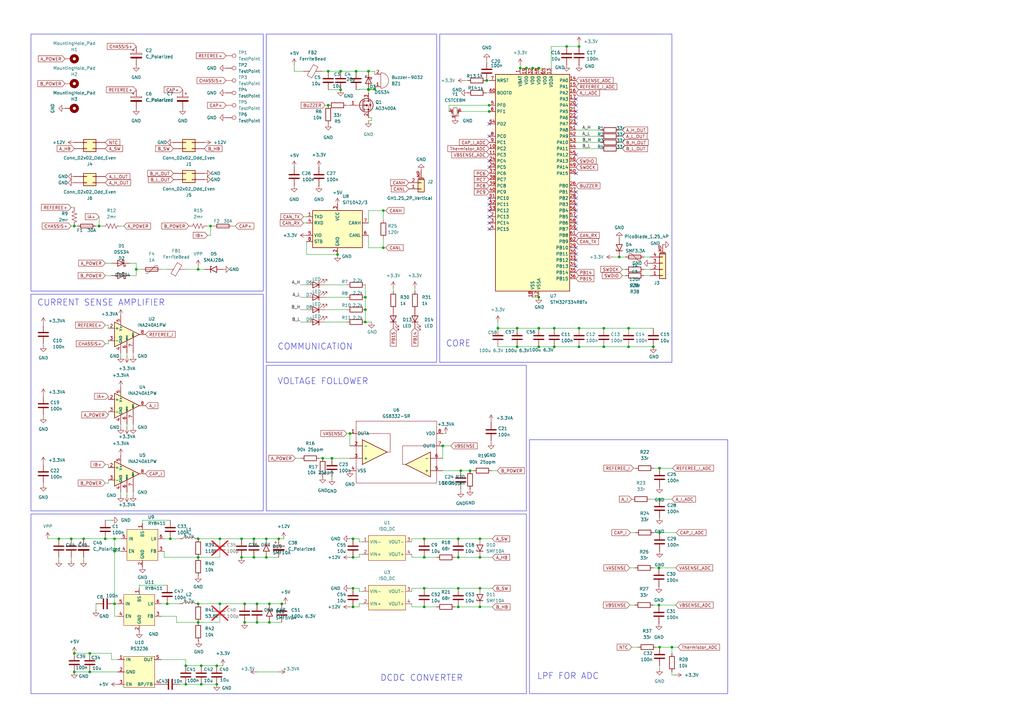
<source format=kicad_sch>
(kicad_sch (version 20231120) (generator "eeschema") (generator_version "8.0")
  (paper "A3")
  (junction (at 114.3 220.98))
  (junction (at 99.06 228.6))
  (junction (at 34.29 220.98))
  (junction (at 76.2 273.05))
  (junction (at 46.99 220.98))
  (junction (at 99.06 220.98))
  (junction (at 187.96 241.3))
  (junction (at 196.85 228.6))
  (junction (at 218.44 27.94))
  (junction (at 144.78 248.92))
  (junction (at 144.78 241.3))
  (junction (at 257.81 134.62))
  (junction (at 220.98 134.62))
  (junction (at 188.976 193.04))
  (junction (at 46.99 247.65))
  (junction (at 270.256 232.918))
  (junction (at 69.85 220.98))
  (junction (at 105.41 255.27))
  (junction (at 187.96 248.92))
  (junction (at 204.216 134.62))
  (junction (at 132.334 187.96))
  (junction (at 110.49 247.65))
  (junction (at 200.66 45.72))
  (junction (at 270.51 218.44))
  (junction (at 215.9 27.94))
  (junction (at 151.13 36.83))
  (junction (at 100.33 255.27))
  (junction (at 227.33 142.24))
  (junction (at 36.83 267.97))
  (junction (at 153.67 36.576))
  (junction (at 43.18 220.98))
  (junction (at 220.98 27.94))
  (junction (at 104.14 228.6))
  (junction (at 88.9 273.05))
  (junction (at 213.36 27.94))
  (junction (at 81.28 220.98))
  (junction (at 24.13 220.98))
  (junction (at 139.7 36.83))
  (junction (at 30.48 267.97))
  (junction (at 254 105.41))
  (junction (at 82.55 280.67))
  (junction (at 139.7 29.21))
  (junction (at 109.22 228.6))
  (junction (at 227.33 134.62))
  (junction (at 143.51 177.8))
  (junction (at 232.41 19.05))
  (junction (at 173.99 248.92))
  (junction (at 100.33 247.65))
  (junction (at 30.48 92.71))
  (junction (at 212.09 142.24))
  (junction (at 115.57 247.65))
  (junction (at 40.64 92.71))
  (junction (at 151.13 36.576))
  (junction (at 149.86 127))
  (junction (at 270.51 265.43))
  (junction (at 81.28 228.6))
  (junction (at 196.85 248.92))
  (junction (at 46.99 226.06))
  (junction (at 196.85 220.98))
  (junction (at 90.17 247.65))
  (junction (at 29.21 220.98))
  (junction (at 76.2 280.67))
  (junction (at 88.9 280.67))
  (junction (at 220.98 121.92))
  (junction (at 173.99 228.6))
  (junction (at 173.99 220.98))
  (junction (at 237.49 19.05))
  (junction (at 200.66 43.18))
  (junction (at 144.78 228.6))
  (junction (at 146.05 29.21))
  (junction (at 144.78 220.98))
  (junction (at 105.41 247.65))
  (junction (at 134.62 43.18))
  (junction (at 173.99 241.3))
  (junction (at 199.644 33.02))
  (junction (at 149.86 121.92))
  (junction (at 104.14 220.98))
  (junction (at 86.36 92.71))
  (junction (at 220.98 142.24))
  (junction (at 247.65 142.24))
  (junction (at 270.51 192.024))
  (junction (at 136.144 187.96))
  (junction (at 157.226 86.36))
  (junction (at 81.28 110.49))
  (junction (at 134.62 29.21))
  (junction (at 237.49 142.24))
  (junction (at 247.65 134.62))
  (junction (at 187.96 228.6))
  (junction (at 55.88 110.49))
  (junction (at 82.55 273.05))
  (junction (at 90.17 220.98))
  (junction (at 149.86 132.08))
  (junction (at 270.51 204.724))
  (junction (at 138.43 104.394))
  (junction (at 109.22 220.98))
  (junction (at 181.61 182.88))
  (junction (at 68.58 247.65))
  (junction (at 81.28 255.27))
  (junction (at 267.97 142.24))
  (junction (at 257.81 142.24))
  (junction (at 30.48 275.59))
  (junction (at 110.49 255.27))
  (junction (at 151.13 29.21))
  (junction (at 36.83 275.59))
  (junction (at 212.09 134.62))
  (junction (at 157.226 101.6))
  (junction (at 187.96 220.98))
  (junction (at 275.59 265.43))
  (junction (at 196.85 241.3))
  (junction (at 81.28 247.65))
  (junction (at 237.49 134.62))
  (junction (at 192.786 193.04))
  (junction (at 270.256 248.158))
  (no_connect (at 236.22 86.36))
  (no_connect (at 236.22 93.98))
  (no_connect (at 200.66 66.04))
  (no_connect (at 236.22 109.22))
  (no_connect (at 200.66 86.36))
  (no_connect (at 236.22 78.74))
  (no_connect (at 236.22 45.72))
  (no_connect (at 200.66 50.8))
  (no_connect (at 236.22 91.44))
  (no_connect (at 236.22 63.5))
  (no_connect (at 236.22 101.6))
  (no_connect (at 200.66 91.44))
  (no_connect (at 236.22 50.8))
  (no_connect (at 236.22 83.82))
  (no_connect (at 200.66 55.88))
  (no_connect (at 236.22 106.68))
  (no_connect (at 236.22 40.64))
  (no_connect (at 236.22 81.28))
  (no_connect (at 236.22 88.9))
  (no_connect (at 236.22 48.26))
  (no_connect (at 236.22 43.18))
  (no_connect (at 200.66 88.9))
  (no_connect (at 200.66 83.82))
  (no_connect (at 200.66 81.28))
  (no_connect (at 200.66 68.58))
  (no_connect (at 200.66 93.98))
  (no_connect (at 236.22 104.14))
  (no_connect (at 236.22 71.12))
  (wire (pts (xy 246.38 55.88) (xy 236.22 55.88)))
  (wire (pts (xy 143.51 220.98) (xy 144.78 220.98)))
  (wire (pts (xy 147.32 248.92) (xy 147.32 247.65)))
  (wire (pts (xy 275.59 267.97) (xy 275.59 265.43)))
  (wire (pts (xy 81.28 220.98) (xy 90.17 220.98)))
  (wire (pts (xy 232.41 19.05) (xy 226.06 19.05)))
  (wire (pts (xy 168.91 220.98) (xy 173.99 220.98)))
  (wire (pts (xy 34.29 220.98) (xy 43.18 220.98)))
  (wire (pts (xy 17.78 141.732) (xy 17.78 140.97)))
  (wire (pts (xy 49.53 175.26) (xy 49.53 173.99)))
  (wire (pts (xy 104.14 228.6) (xy 109.22 228.6)))
  (wire (pts (xy 246.38 60.96) (xy 236.22 60.96)))
  (wire (pts (xy 147.32 247.65) (xy 148.59 247.65)))
  (wire (pts (xy 188.976 201.422) (xy 188.976 200.66)))
  (wire (pts (xy 29.21 229.87) (xy 29.21 228.6)))
  (wire (pts (xy 30.48 267.97) (xy 36.83 267.97)))
  (wire (pts (xy 100.33 247.65) (xy 105.41 247.65)))
  (wire (pts (xy 278.13 265.43) (xy 275.59 265.43)))
  (wire (pts (xy 87.63 92.71) (xy 86.36 92.71)))
  (wire (pts (xy 69.85 220.98) (xy 73.66 220.98)))
  (wire (pts (xy 86.36 96.52) (xy 86.36 92.71)))
  (wire (pts (xy 44.45 170.18) (xy 44.45 168.91)))
  (wire (pts (xy 255.27 58.42) (xy 254 58.42)))
  (wire (pts (xy 203.962 193.04) (xy 201.676 193.04)))
  (wire (pts (xy 81.28 255.27) (xy 90.17 255.27)))
  (wire (pts (xy 264.16 113.03) (xy 266.7 113.03)))
  (wire (pts (xy 76.2 280.67) (xy 73.66 280.67)))
  (wire (pts (xy 88.9 273.05) (xy 91.44 273.05)))
  (wire (pts (xy 17.78 133.35) (xy 17.78 132.842)))
  (wire (pts (xy 188.976 193.04) (xy 181.61 193.04)))
  (wire (pts (xy 260.604 192.024) (xy 259.842 192.024)))
  (wire (pts (xy 55.88 110.49) (xy 58.42 110.49)))
  (wire (pts (xy 270.51 192.024) (xy 268.224 192.024)))
  (wire (pts (xy 133.35 43.18) (xy 134.62 43.18)))
  (wire (pts (xy 30.48 92.71) (xy 29.21 92.71)))
  (wire (pts (xy 76.2 273.05) (xy 82.55 273.05)))
  (wire (pts (xy 264.16 105.41) (xy 266.7 105.41)))
  (wire (pts (xy 204.216 142.24) (xy 212.09 142.24)))
  (wire (pts (xy 200.66 43.18) (xy 184.15 43.18)))
  (wire (pts (xy 123.19 127) (xy 125.73 127)))
  (wire (pts (xy 190.5 33.02) (xy 191.77 33.02)))
  (wire (pts (xy 220.98 134.62) (xy 227.33 134.62)))
  (wire (pts (xy 132.334 187.96) (xy 136.144 187.96)))
  (wire (pts (xy 149.86 121.92) (xy 149.86 127)))
  (wire (pts (xy 90.17 220.98) (xy 99.06 220.98)))
  (wire (pts (xy 196.85 228.6) (xy 201.93 228.6)))
  (wire (pts (xy 110.49 255.27) (xy 105.41 255.27)))
  (wire (pts (xy 152.4 49.53) (xy 151.13 49.53)))
  (wire (pts (xy 255.27 110.49) (xy 256.54 110.49)))
  (wire (pts (xy 143.51 241.3) (xy 144.78 241.3)))
  (wire (pts (xy 149.86 116.84) (xy 149.86 121.92)))
  (wire (pts (xy 58.42 214.63) (xy 58.42 213.36)))
  (wire (pts (xy 39.37 250.19) (xy 39.37 247.65)))
  (wire (pts (xy 123.19 132.08) (xy 125.73 132.08)))
  (wire (pts (xy 146.05 29.21) (xy 151.13 29.21)))
  (wire (pts (xy 168.91 241.3) (xy 168.91 242.57)))
  (wire (pts (xy 168.91 248.92) (xy 168.91 247.65)))
  (wire (pts (xy 212.09 142.24) (xy 220.98 142.24)))
  (wire (pts (xy 43.18 133.35) (xy 44.45 133.35)))
  (wire (pts (xy 67.31 226.06) (xy 67.31 228.6)))
  (wire (pts (xy 44.45 133.35) (xy 44.45 134.62)))
  (wire (pts (xy 29.21 220.98) (xy 34.29 220.98)))
  (wire (pts (xy 246.38 53.34) (xy 236.22 53.34)))
  (wire (pts (xy 143.51 177.8) (xy 143.51 182.88)))
  (wire (pts (xy 264.16 110.49) (xy 266.7 110.49)))
  (wire (pts (xy 85.09 96.52) (xy 86.36 96.52)))
  (wire (pts (xy 266.7 204.724) (xy 270.51 204.724)))
  (wire (pts (xy 46.99 220.98) (xy 46.99 226.06)))
  (wire (pts (xy 99.06 220.98) (xy 104.14 220.98)))
  (wire (pts (xy 72.39 255.27) (xy 81.28 255.27)))
  (wire (pts (xy 44.45 140.97) (xy 44.45 139.7)))
  (wire (pts (xy 194.056 193.04) (xy 192.786 193.04)))
  (wire (pts (xy 255.27 60.96) (xy 254 60.96)))
  (wire (pts (xy 54.61 146.05) (xy 54.61 144.78)))
  (wire (pts (xy 115.57 247.65) (xy 117.094 247.65)))
  (wire (pts (xy 153.67 29.21) (xy 153.67 30.48)))
  (wire (pts (xy 157.226 97.79) (xy 157.226 101.6)))
  (wire (pts (xy 34.29 229.87) (xy 34.29 228.6)))
  (wire (pts (xy 43.18 190.5) (xy 44.45 190.5)))
  (wire (pts (xy 138.43 104.648) (xy 138.43 104.394)))
  (wire (pts (xy 44.45 162.56) (xy 44.45 163.83)))
  (wire (pts (xy 157.226 86.36) (xy 158.242 86.36)))
  (wire (pts (xy 147.32 241.3) (xy 147.32 242.57)))
  (wire (pts (xy 147.32 242.57) (xy 148.59 242.57)))
  (wire (pts (xy 72.39 252.73) (xy 72.39 255.27)))
  (wire (pts (xy 142.24 177.8) (xy 143.51 177.8)))
  (wire (pts (xy 36.83 267.97) (xy 45.72 267.97)))
  (wire (pts (xy 151.13 91.44) (xy 151.13 86.36)))
  (wire (pts (xy 255.27 113.03) (xy 256.54 113.03)))
  (wire (pts (xy 55.88 110.49) (xy 55.88 113.03)))
  (wire (pts (xy 204.216 132.08) (xy 204.216 134.62)))
  (wire (pts (xy 114.3 220.98) (xy 116.332 220.98)))
  (wire (pts (xy 187.96 248.92) (xy 196.85 248.92)))
  (wire (pts (xy 17.78 162.56) (xy 17.78 162.052)))
  (wire (pts (xy 168.91 228.6) (xy 168.91 227.33)))
  (wire (pts (xy 270.51 192.024) (xy 275.844 192.024)))
  (wire (pts (xy 81.28 228.6) (xy 90.17 228.6)))
  (wire (pts (xy 199.39 38.1) (xy 200.66 38.1)))
  (wire (pts (xy 43.18 113.03) (xy 45.72 113.03)))
  (wire (pts (xy 142.24 132.08) (xy 133.35 132.08)))
  (wire (pts (xy 142.24 43.18) (xy 143.51 43.18)))
  (wire (pts (xy 226.06 19.05) (xy 226.06 27.94)))
  (wire (pts (xy 123.19 121.92) (xy 125.73 121.92)))
  (wire (pts (xy 48.26 252.73) (xy 46.99 252.73)))
  (wire (pts (xy 147.32 228.6) (xy 147.32 227.33)))
  (wire (pts (xy 43.18 107.95) (xy 45.72 107.95)))
  (wire (pts (xy 255.27 55.88) (xy 254 55.88)))
  (wire (pts (xy 168.91 220.98) (xy 168.91 222.25)))
  (wire (pts (xy 181.61 182.88) (xy 181.61 187.96)))
  (wire (pts (xy 43.18 140.97) (xy 44.45 140.97)))
  (wire (pts (xy 157.226 101.6) (xy 158.242 101.6)))
  (wire (pts (xy 45.72 267.97) (xy 45.72 270.51)))
  (wire (pts (xy 201.422 173.228) (xy 201.422 172.72)))
  (wire (pts (xy 182.88 177.8) (xy 181.61 177.8)))
  (wire (pts (xy 247.65 134.62) (xy 257.81 134.62)))
  (wire (pts (xy 147.32 36.576) (xy 151.13 36.576)))
  (wire (pts (xy 82.55 273.05) (xy 88.9 273.05)))
  (wire (pts (xy 270.256 232.918) (xy 267.97 232.918)))
  (wire (pts (xy 152.4 132.08) (xy 149.86 132.08)))
  (wire (pts (xy 24.13 229.87) (xy 24.13 228.6)))
  (wire (pts (xy 189.23 45.72) (xy 200.66 45.72)))
  (wire (pts (xy 66.04 252.73) (xy 72.39 252.73)))
  (wire (pts (xy 259.08 265.43) (xy 261.62 265.43)))
  (wire (pts (xy 30.48 275.59) (xy 36.83 275.59)))
  (wire (pts (xy 58.42 213.36) (xy 69.85 213.36)))
  (wire (pts (xy 49.53 203.2) (xy 49.53 201.93)))
  (wire (pts (xy 275.59 275.59) (xy 275.59 276.86)))
  (wire (pts (xy 120.65 29.21) (xy 124.46 29.21)))
  (wire (pts (xy 17.78 190.5) (xy 17.78 189.992)))
  (wire (pts (xy 143.51 228.6) (xy 144.78 228.6)))
  (wire (pts (xy 68.58 247.65) (xy 73.66 247.65)))
  (wire (pts (xy 143.51 248.92) (xy 144.78 248.92)))
  (wire (pts (xy 46.99 226.06) (xy 49.53 226.06)))
  (wire (pts (xy 68.58 110.49) (xy 66.04 110.49)))
  (wire (pts (xy 96.52 92.71) (xy 95.25 92.71)))
  (wire (pts (xy 52.07 203.2) (xy 52.07 201.93)))
  (wire (pts (xy 275.59 276.86) (xy 276.86 276.86)))
  (wire (pts (xy 196.85 220.98) (xy 201.93 220.98)))
  (wire (pts (xy 218.44 27.94) (xy 215.9 27.94)))
  (wire (pts (xy 270.51 274.32) (xy 270.51 273.05)))
  (wire (pts (xy 168.91 248.92) (xy 173.99 248.92)))
  (wire (pts (xy 204.216 134.62) (xy 212.09 134.62)))
  (wire (pts (xy 173.99 220.98) (xy 187.96 220.98)))
  (wire (pts (xy 57.15 240.03) (xy 68.58 240.03)))
  (wire (pts (xy 110.49 247.65) (xy 115.57 247.65)))
  (wire (pts (xy 270.256 248.158) (xy 277.114 248.158)))
  (wire (pts (xy 109.22 220.98) (xy 114.3 220.98)))
  (wire (pts (xy 260.604 218.44) (xy 258.572 218.44)))
  (wire (pts (xy 157.226 86.36) (xy 157.226 90.17)))
  (wire (pts (xy 151.13 86.36) (xy 157.226 86.36)))
  (wire (pts (xy 232.41 19.05) (xy 237.49 19.05)))
  (wire (pts (xy 168.91 241.3) (xy 173.99 241.3)))
  (wire (pts (xy 49.53 146.05) (xy 49.53 144.78)))
  (wire (pts (xy 76.2 110.49) (xy 81.28 110.49)))
  (wire (pts (xy 121.158 187.96) (xy 123.444 187.96)))
  (wire (pts (xy 237.49 17.78) (xy 237.49 19.05)))
  (wire (pts (xy 46.99 220.98) (xy 49.53 220.98)))
  (wire (pts (xy 173.99 248.92) (xy 179.07 248.92)))
  (wire (pts (xy 173.99 228.6) (xy 179.07 228.6)))
  (wire (pts (xy 227.33 134.62) (xy 237.49 134.62)))
  (wire (pts (xy 55.88 107.95) (xy 55.88 110.49)))
  (wire (pts (xy 82.55 280.67) (xy 88.9 280.67)))
  (wire (pts (xy 105.41 255.27) (xy 100.33 255.27)))
  (wire (pts (xy 138.43 104.394) (xy 125.73 104.394)))
  (wire (pts (xy 53.34 107.95) (xy 55.88 107.95)))
  (wire (pts (xy 200.66 45.72) (xy 200.914 45.72)))
  (wire (pts (xy 199.39 33.02) (xy 199.644 33.02)))
  (wire (pts (xy 153.67 36.576) (xy 153.67 35.56)))
  (wire (pts (xy 36.83 275.59) (xy 48.26 275.59)))
  (wire (pts (xy 170.18 118.11) (xy 170.18 119.38)))
  (wire (pts (xy 57.15 241.3) (xy 57.15 240.03)))
  (wire (pts (xy 184.912 182.88) (xy 181.61 182.88)))
  (wire (pts (xy 200.914 43.18) (xy 200.66 43.18)))
  (wire (pts (xy 196.85 248.92) (xy 201.93 248.92)))
  (wire (pts (xy 124.46 91.44) (xy 125.73 91.44)))
  (wire (pts (xy 151.13 38.1) (xy 151.13 36.83)))
  (wire (pts (xy 151.13 101.6) (xy 157.226 101.6)))
  (wire (pts (xy 213.36 26.67) (xy 213.36 27.94)))
  (wire (pts (xy 151.13 36.83) (xy 151.13 36.576)))
  (wire (pts (xy 227.33 142.24) (xy 237.49 142.24)))
  (wire (pts (xy 86.36 92.71) (xy 85.09 92.71)))
  (wire (pts (xy 139.7 29.21) (xy 146.05 29.21)))
  (wire (pts (xy 168.91 228.6) (xy 173.99 228.6)))
  (wire (pts (xy 46.99 226.06) (xy 46.99 247.65)))
  (wire (pts (xy 144.78 220.98) (xy 147.32 220.98)))
  (wire (pts (xy 131.064 187.96) (xy 132.334 187.96)))
  (wire (pts (xy 31.75 92.71) (xy 30.48 92.71)))
  (wire (pts (xy 161.29 118.11) (xy 161.29 119.38)))
  (wire (pts (xy 151.13 29.21) (xy 153.67 29.21)))
  (wire (pts (xy 30.48 85.09) (xy 29.21 85.09)))
  (wire (pts (xy 147.32 220.98) (xy 147.32 222.25)))
  (wire (pts (xy 54.61 175.26) (xy 54.61 173.99)))
  (wire (pts (xy 270.256 248.158) (xy 267.97 248.158)))
  (wire (pts (xy 17.78 170.942) (xy 17.78 170.18)))
  (wire (pts (xy 134.62 29.21) (xy 139.7 29.21)))
  (wire (pts (xy 270.256 232.918) (xy 277.114 232.918)))
  (wire (pts (xy 142.24 116.84) (xy 133.35 116.84)))
  (wire (pts (xy 184.15 43.18) (xy 184.15 45.72)))
  (wire (pts (xy 41.91 92.71) (xy 40.64 92.71)))
  (wire (pts (xy 199.644 24.638) (xy 199.644 25.4)))
  (wire (pts (xy 109.22 228.6) (xy 114.3 228.6)))
  (wire (pts (xy 45.72 213.36) (xy 43.18 213.36)))
  (wire (pts (xy 81.28 110.49) (xy 81.28 109.22)))
  (wire (pts (xy 54.61 203.2) (xy 54.61 201.93)))
  (wire (pts (xy 68.58 247.65) (xy 66.04 247.65)))
  (wire (pts (xy 254 105.41) (xy 256.54 105.41)))
  (wire (pts (xy 186.69 248.92) (xy 187.96 248.92)))
  (wire (pts (xy 66.04 270.51) (xy 76.2 270.51)))
  (wire (pts (xy 114.3 275.59) (xy 105.41 275.59)))
  (wire (pts (xy 260.35 248.158) (xy 258.318 248.158)))
  (wire (pts (xy 76.2 270.51) (xy 76.2 273.05)))
  (wire (pts (xy 43.18 198.12) (xy 44.45 198.12)))
  (wire (pts (xy 105.41 247.65) (xy 110.49 247.65)))
  (wire (pts (xy 46.99 247.65) (xy 46.99 252.73)))
  (wire (pts (xy 201.422 181.61) (xy 201.422 180.848)))
  (wire (pts (xy 40.64 92.71) (xy 39.37 92.71)))
  (wire (pts (xy 220.98 27.94) (xy 223.52 27.94)))
  (wire (pts (xy 255.27 53.34) (xy 254 53.34)))
  (wire (pts (xy 115.57 255.27) (xy 110.49 255.27)))
  (wire (pts (xy 220.98 27.94) (xy 218.44 27.94)))
  (wire (pts (xy 44.45 190.5) (xy 44.45 191.77)))
  (wire (pts (xy 55.88 113.03) (xy 53.34 113.03)))
  (wire (pts (xy 147.32 222.25) (xy 148.59 222.25)))
  (wire (pts (xy 124.46 88.9) (xy 125.73 88.9)))
  (wire (pts (xy 50.8 92.71) (xy 49.53 92.71)))
  (wire (pts (xy 144.78 241.3) (xy 147.32 241.3)))
  (wire (pts (xy 123.19 116.84) (xy 125.73 116.84)))
  (wire (pts (xy 138.43 104.394) (xy 138.43 104.14)))
  (wire (pts (xy 269.24 265.43) (xy 270.51 265.43)))
  (wire (pts (xy 192.786 193.04) (xy 188.976 193.04)))
  (wire (pts (xy 270.51 218.44) (xy 277.368 218.44)))
  (wire (pts (xy 125.73 104.394) (xy 125.73 99.06)))
  (wire (pts (xy 275.59 265.43) (xy 270.51 265.43)))
  (wire (pts (xy 81.28 110.49) (xy 83.82 110.49)))
  (wire (pts (xy 187.96 228.6) (xy 196.85 228.6)))
  (wire (pts (xy 151.13 48.26) (xy 152.4 48.26)))
  (wire (pts (xy 257.81 134.62) (xy 267.97 134.62)))
  (wire (pts (xy 99.06 228.6) (xy 104.14 228.6)))
  (wire (pts (xy 136.144 196.342) (xy 136.144 195.58)))
  (wire (pts (xy 151.13 96.52) (xy 151.13 101.6)))
  (wire (pts (xy 275.59 204.724) (xy 270.51 204.724)))
  (wire (pts (xy 144.78 228.6) (xy 147.32 228.6)))
  (wire (pts (xy 186.69 228.6) (xy 187.96 228.6)))
  (wire (pts (xy 152.4 49.53) (xy 152.4 48.26)))
  (wire (pts (xy 45.72 270.51) (xy 48.26 270.51)))
  (wire (pts (xy 52.07 146.05) (xy 52.07 144.78)))
  (wire (pts (xy 69.85 220.98) (xy 67.31 220.98)))
  (wire (pts (xy 151.13 36.83) (xy 153.67 36.83)))
  (wire (pts (xy 81.28 262.89) (xy 81.534 262.89)))
  (wire (pts (xy 196.85 241.3) (xy 201.93 241.3)))
  (wire (pts (xy 187.96 241.3) (xy 196.85 241.3)))
  (wire (pts (xy 142.24 127) (xy 133.35 127)))
  (wire (pts (xy 132.08 29.21) (xy 134.62 29.21)))
  (wire (pts (xy 147.32 227.33) (xy 148.59 227.33)))
  (wire (pts (xy 151.13 36.576) (xy 153.67 36.576)))
  (wire (pts (xy 270.51 218.44) (xy 268.224 218.44)))
  (wire (pts (xy 142.24 121.92) (xy 133.35 121.92)))
  (wire (pts (xy 44.45 198.12) (xy 44.45 196.85)))
  (wire (pts (xy 187.96 220.98) (xy 196.85 220.98)))
  (wire (pts (xy 90.17 247.65) (xy 100.33 247.65)))
  (wire (pts (xy 19.558 220.98) (xy 24.13 220.98)))
  (wire (pts (xy 17.78 198.882) (xy 17.78 198.12)))
  (wire (pts (xy 147.32 36.83) (xy 147.32 36.576)))
  (wire (pts (xy 218.44 121.92) (xy 220.98 121.92)))
  (wire (pts (xy 81.28 247.65) (xy 90.17 247.65)))
  (wire (pts (xy 146.05 36.83) (xy 147.32 36.83)))
  (wire (pts (xy 24.13 220.98) (xy 29.21 220.98)))
  (wire (pts (xy 173.99 241.3) (xy 187.96 241.3)))
  (wire (pts (xy 149.86 132.08) (xy 149.86 127)))
  (wire (pts (xy 237.49 142.24) (xy 247.65 142.24)))
  (wire (pts (xy 246.38 58.42) (xy 236.22 58.42)))
  (wire (pts (xy 267.97 142.24) (xy 257.81 142.24)))
  (wire (pts (xy 199.644 33.02) (xy 200.66 33.02)))
  (wire (pts (xy 212.09 134.62) (xy 220.98 134.62)))
  (wire (pts (xy 136.144 187.96) (xy 143.51 187.96)))
  (wire (pts (xy 237.49 134.62) (xy 247.65 134.62)))
  (wire (pts (xy 153.67 36.83) (xy 153.67 36.576)))
  (wire (pts (xy 76.2 280.67) (xy 82.55 280.67)))
  (wire (pts (xy 260.35 232.918) (xy 258.318 232.918)))
  (wire (pts (xy 144.78 248.92) (xy 147.32 248.92)))
  (wire (pts (xy 257.81 142.24) (xy 247.65 142.24)))
  (wire (pts (xy 134.62 36.83) (xy 139.7 36.83)))
  (wire (pts (xy 251.46 105.41) (xy 254 105.41)))
  (wire (pts (xy 215.9 27.94) (xy 213.36 27.94)))
  (wire (pts (xy 104.14 220.98) (xy 109.22 220.98)))
  (wire (pts (xy 67.31 228.6) (xy 81.28 228.6)))
  (wire (pts (xy 46.99 247.65) (xy 48.26 247.65)))
  (wire (pts (xy 52.07 175.26) (xy 52.07 173.99)))
  (wire (pts (xy 43.18 220.98) (xy 46.99 220.98)))
  (wire (pts (xy 40.64 88.9) (xy 40.64 92.71)))
  (wire (pts (xy 220.98 142.24) (xy 227.33 142.24)))
  (wire (pts (xy 120.65 26.67) (xy 120.65 29.21)))
  (rectangle (start 217.17 180.34) (end 298.45 284.48))
  (rectangle (start 180.34 13.97) (end 275.59 148.59))
  (rectangle (start 12.7 13.97) (end 107.95 119.38))
  (rectangle (start 109.22 13.97) (end 179.07 148.59))
  (rectangle (start 12.7 120.65) (end 107.95 209.55))
  (rectangle (start 12.7 210.82) (end 215.9 284.48))
  (rectangle (start 109.22 149.86) (end 215.9 209.55))
  (text "COMMUNICATION" (at 113.792 143.764 0) (effects (font (size 2.54 2.54)) (justify left bottom)))
  (text "CURRENT SENSE AMPLIFIER" (at 15.24 125.73 0) (effects (font (size 2.54 2.54)) (justify left bottom)))
  (text "CORE" (at 182.88 142.494 0) (effects (font (size 2.54 2.54)) (justify left bottom)))
  (text "DCDC CONVERTER" (at 155.956 279.654 0) (effects (font (size 2.54 2.54)) (justify left bottom)))
  (text "VOLTAGE FOLLOWER" (at 113.792 157.988 0) (effects (font (size 2.54 2.54)) (justify left bottom)))
  (text "LPF FOR ADC" (at 220.218 278.892 0) (effects (font (size 2.54 2.54)) (justify left bottom)))
  (label "A_L" (at 238.76 55.88 0))
  (label "A_L" (at 123.19 121.92 180))
  (label "A_H" (at 238.76 53.34 0))
  (label "B_L" (at 123.19 132.08 180))
  (label "B_H" (at 238.76 58.42 0))
  (label "B_L" (at 238.76 60.96 0))
  (label "A_H" (at 123.19 116.84 180))
  (label "B_H" (at 123.19 127 180))
  (global_label "VBSENSE" (shape input) (at 258.318 248.158 180) (property "Intersheetrefs" "${INTERSHEET_REFS}" (effects (hide yes))))
  (global_label "CAP_I_ADC" (shape input) (at 277.368 218.44 0) (property "Intersheetrefs" "${INTERSHEET_REFS}" (effects (hide yes))))
  (global_label "PC6" (shape input) (at 200.66 71.12 180) (property "Intersheetrefs" "${INTERSHEET_REFS}" (effects (hide yes))))
  (global_label "CHASSIS+" (shape input) (at 92.71 33.02 180) (property "Intersheetrefs" "${INTERSHEET_REFS}" (effects (hide yes))))
  (global_label "B_POWER" (shape input) (at 203.962 193.04 0) (property "Intersheetrefs" "${INTERSHEET_REFS}" (effects (hide yes))))
  (global_label "A_HB" (shape input) (at 30.48 60.96 180) (property "Intersheetrefs" "${INTERSHEET_REFS}" (effects (hide yes))))
  (global_label "CAN_TX" (shape input) (at 236.22 99.06 0) (property "Intersheetrefs" "${INTERSHEET_REFS}" (effects (hide yes))))
  (global_label "A_SW" (shape input) (at 43.18 60.96 0) (property "Intersheetrefs" "${INTERSHEET_REFS}" (effects (hide yes))))
  (global_label "B_HB" (shape input) (at 201.93 248.92 0) (property "Intersheetrefs" "${INTERSHEET_REFS}" (effects (hide yes))))
  (global_label "CHASSIS+" (shape input) (at 43.18 140.97 180) (property "Intersheetrefs" "${INTERSHEET_REFS}" (effects (hide yes))))
  (global_label "A_I_ADC" (shape input) (at 236.22 38.1 0) (property "Intersheetrefs" "${INTERSHEET_REFS}" (effects (hide yes))))
  (global_label "REFEREE_I" (shape input) (at 259.842 192.024 180) (property "Intersheetrefs" "${INTERSHEET_REFS}" (effects (hide yes))))
  (global_label "CANL" (shape input) (at 158.242 101.6 0) (property "Intersheetrefs" "${INTERSHEET_REFS}" (effects (hide yes))))
  (global_label "A_H_OUT" (shape input) (at 43.18 74.93 0) (property "Intersheetrefs" "${INTERSHEET_REFS}" (effects (hide yes))))
  (global_label "PC9" (shape input) (at 200.66 78.74 180) (property "Intersheetrefs" "${INTERSHEET_REFS}" (effects (hide yes))))
  (global_label "B_POWER" (shape input) (at 26.67 34.29 180) (property "Intersheetrefs" "${INTERSHEET_REFS}" (effects (hide yes))))
  (global_label "VASENSE_ADC" (shape input) (at 277.114 232.918 0) (property "Intersheetrefs" "${INTERSHEET_REFS}" (effects (hide yes))))
  (global_label "CANH" (shape input) (at 158.242 86.36 0) (property "Intersheetrefs" "${INTERSHEET_REFS}" (effects (hide yes))))
  (global_label "B_SW" (shape input) (at 201.93 241.3 0) (property "Intersheetrefs" "${INTERSHEET_REFS}" (effects (hide yes))))
  (global_label "CHASSIS+" (shape input) (at 29.21 92.71 180) (property "Intersheetrefs" "${INTERSHEET_REFS}" (effects (hide yes))))
  (global_label "IB+" (shape input) (at 43.18 190.5 180) (property "Intersheetrefs" "${INTERSHEET_REFS}" (effects (hide yes))))
  (global_label "NTC" (shape input) (at 43.18 58.42 0) (property "Intersheetrefs" "${INTERSHEET_REFS}" (effects (hide yes))))
  (global_label "Thermistor_ADC" (shape input) (at 278.13 265.43 0) (property "Intersheetrefs" "${INTERSHEET_REFS}" (effects (hide yes))))
  (global_label "VASENSE" (shape input) (at 258.318 232.918 180) (property "Intersheetrefs" "${INTERSHEET_REFS}" (effects (hide yes))))
  (global_label "VBSENSE" (shape input) (at 184.912 182.88 0) (property "Intersheetrefs" "${INTERSHEET_REFS}" (effects (hide yes))))
  (global_label "PB14" (shape input) (at 170.18 134.62 270) (property "Intersheetrefs" "${INTERSHEET_REFS}" (effects (hide yes))))
  (global_label "IA+" (shape input) (at 44.45 162.56 180) (property "Intersheetrefs" "${INTERSHEET_REFS}" (effects (hide yes))))
  (global_label "B_POWER" (shape input) (at 43.18 113.03 180) (property "Intersheetrefs" "${INTERSHEET_REFS}" (effects (hide yes))))
  (global_label "A_L_OUT" (shape input) (at 43.18 72.39 0) (property "Intersheetrefs" "${INTERSHEET_REFS}" (effects (hide yes))))
  (global_label "CAP+" (shape input) (at 92.71 43.18 180) (property "Intersheetrefs" "${INTERSHEET_REFS}" (effects (hide yes))))
  (global_label "A_SW" (shape input) (at 201.93 220.98 0) (property "Intersheetrefs" "${INTERSHEET_REFS}" (effects (hide yes))))
  (global_label "VBSENSE_ADC" (shape input) (at 200.66 63.5 180) (property "Intersheetrefs" "${INTERSHEET_REFS}" (effects (hide yes))))
  (global_label "REFEREE+" (shape input) (at 29.21 85.09 180) (property "Intersheetrefs" "${INTERSHEET_REFS}" (effects (hide yes))))
  (global_label "CHASSIS+" (shape input) (at 55.88 19.05 180) (property "Intersheetrefs" "${INTERSHEET_REFS}" (effects (hide yes))))
  (global_label "SWDCK" (shape input) (at 236.22 68.58 0) (property "Intersheetrefs" "${INTERSHEET_REFS}" (effects (hide yes))))
  (global_label "B_H_OUT" (shape input) (at 255.27 58.42 0) (property "Intersheetrefs" "${INTERSHEET_REFS}" (effects (hide yes))))
  (global_label "VASENSE" (shape input) (at 142.24 177.8 180) (property "Intersheetrefs" "${INTERSHEET_REFS}" (effects (hide yes))))
  (global_label "CANL" (shape input) (at 167.64 77.47 180) (property "Intersheetrefs" "${INTERSHEET_REFS}" (effects (hide yes))))
  (global_label "A_POWER" (shape input) (at 43.18 107.95 180) (property "Intersheetrefs" "${INTERSHEET_REFS}" (effects (hide yes))))
  (global_label "IB+" (shape input) (at 85.09 96.52 180) (property "Intersheetrefs" "${INTERSHEET_REFS}" (effects (hide yes))))
  (global_label "PC8" (shape input) (at 200.66 76.2 180) (property "Intersheetrefs" "${INTERSHEET_REFS}" (effects (hide yes))))
  (global_label "A_I" (shape input) (at 259.08 204.724 180) (property "Intersheetrefs" "${INTERSHEET_REFS}" (effects (hide yes))))
  (global_label "IA+" (shape input) (at 40.64 88.9 180) (property "Intersheetrefs" "${INTERSHEET_REFS}" (effects (hide yes))))
  (global_label "A_L_OUT" (shape input) (at 255.27 55.88 0) (property "Intersheetrefs" "${INTERSHEET_REFS}" (effects (hide yes))))
  (global_label "CAP_I" (shape input) (at 59.69 194.31 0) (property "Intersheetrefs" "${INTERSHEET_REFS}" (effects (hide yes))))
  (global_label "A_H_OUT" (shape input) (at 255.27 53.34 0) (property "Intersheetrefs" "${INTERSHEET_REFS}" (effects (hide yes))))
  (global_label "REFEREE+" (shape input) (at 55.88 36.83 180) (property "Intersheetrefs" "${INTERSHEET_REFS}" (effects (hide yes))))
  (global_label "B_L_OUT" (shape input) (at 255.27 60.96 0) (property "Intersheetrefs" "${INTERSHEET_REFS}" (effects (hide yes))))
  (global_label "REFEREE_I" (shape input) (at 59.69 137.16 0) (property "Intersheetrefs" "${INTERSHEET_REFS}" (effects (hide yes))))
  (global_label "REFEREE+" (shape input) (at 43.18 133.35 180) (property "Intersheetrefs" "${INTERSHEET_REFS}" (effects (hide yes))))
  (global_label "VBSENSE_ADC" (shape input) (at 277.114 248.158 0) (property "Intersheetrefs" "${INTERSHEET_REFS}" (effects (hide yes))))
  (global_label "B_POWER" (shape input) (at 77.47 92.71 180) (property "Intersheetrefs" "${INTERSHEET_REFS}" (effects (hide yes))))
  (global_label "REFEREE_I_ADC" (shape input) (at 236.22 35.56 0) (property "Intersheetrefs" "${INTERSHEET_REFS}" (effects (hide yes))))
  (global_label "A_I" (shape input) (at 59.69 166.37 0) (property "Intersheetrefs" "${INTERSHEET_REFS}" (effects (hide yes))))
  (global_label "VASENSE_ADC" (shape input) (at 236.22 33.02 0) (property "Intersheetrefs" "${INTERSHEET_REFS}" (effects (hide yes))))
  (global_label "A_POWER" (shape input) (at 26.67 24.13 180) (property "Intersheetrefs" "${INTERSHEET_REFS}" (effects (hide yes))))
  (global_label "A_SW" (shape input) (at 340.36 439.42 0) (property "Intersheetrefs" "${INTERSHEET_REFS}" (effects (hide yes))))
  (global_label "BUZZER" (shape input) (at 133.35 43.18 180) (property "Intersheetrefs" "${INTERSHEET_REFS}" (effects (hide yes))))
  (global_label "A_POWER" (shape input) (at 44.45 170.18 180) (property "Intersheetrefs" "${INTERSHEET_REFS}" (effects (hide yes))))
  (global_label "CAP+" (shape input) (at 74.93 36.83 180) (property "Intersheetrefs" "${INTERSHEET_REFS}" (effects (hide yes))))
  (global_label "PB15" (shape input) (at 236.22 114.3 0) (property "Intersheetrefs" "${INTERSHEET_REFS}" (effects (hide yes))))
  (global_label "B_POWER" (shape input) (at 43.18 198.12 180) (property "Intersheetrefs" "${INTERSHEET_REFS}" (effects (hide yes))))
  (global_label "REFEREE+" (shape input) (at 92.71 22.86 180) (property "Intersheetrefs" "${INTERSHEET_REFS}" (effects (hide yes))))
  (global_label "CAP+" (shape input) (at 96.52 92.71 0) (property "Intersheetrefs" "${INTERSHEET_REFS}" (effects (hide yes))))
  (global_label "NTC" (shape input) (at 259.08 265.43 180) (property "Intersheetrefs" "${INTERSHEET_REFS}" (effects (hide yes))))
  (global_label "A_POWER" (shape input) (at 50.8 92.71 0) (property "Intersheetrefs" "${INTERSHEET_REFS}" (effects (hide yes))))
  (global_label "SWDIO" (shape input) (at 255.27 113.03 180) (property "Intersheetrefs" "${INTERSHEET_REFS}" (effects (hide yes))))
  (global_label "B_H_OUT" (shape input) (at 71.12 71.12 180) (property "Intersheetrefs" "${INTERSHEET_REFS}" (effects (hide yes))))
  (global_label "PC7" (shape input) (at 200.66 73.66 180) (property "Intersheetrefs" "${INTERSHEET_REFS}" (effects (hide yes))))
  (global_label "SWDCK" (shape input) (at 255.27 110.49 180) (property "Intersheetrefs" "${INTERSHEET_REFS}" (effects (hide yes))))
  (global_label "CAN_RX" (shape input) (at 236.22 96.52 0) (property "Intersheetrefs" "${INTERSHEET_REFS}" (effects (hide yes))))
  (global_label "CAP_I_ADC" (shape input) (at 200.66 58.42 180) (property "Intersheetrefs" "${INTERSHEET_REFS}" (effects (hide yes))))
  (global_label "CANH" (shape input) (at 167.64 74.93 180) (property "Intersheetrefs" "${INTERSHEET_REFS}" (effects (hide yes))))
  (global_label "BUZZER" (shape input) (at 236.22 76.2 0) (property "Intersheetrefs" "${INTERSHEET_REFS}" (effects (hide yes))))
  (global_label "B_HB" (shape input) (at 83.82 60.96 0) (property "Intersheetrefs" "${INTERSHEET_REFS}" (effects (hide yes))))
  (global_label "CAN_RX" (shape input) (at 124.46 91.44 180) (property "Intersheetrefs" "${INTERSHEET_REFS}" (effects (hide yes))))
  (global_label "CAN_TX" (shape input) (at 124.46 88.9 180) (property "Intersheetrefs" "${INTERSHEET_REFS}" (effects (hide yes))))
  (global_label "A_HB" (shape input) (at 201.93 228.6 0) (property "Intersheetrefs" "${INTERSHEET_REFS}" (effects (hide yes))))
  (global_label "PB14" (shape input) (at 236.22 111.76 0) (property "Intersheetrefs" "${INTERSHEET_REFS}" (effects (hide yes))))
  (global_label "B_L_OUT" (shape input) (at 71.12 73.66 180) (property "Intersheetrefs" "${INTERSHEET_REFS}" (effects (hide yes))))
  (global_label "A_I_ADC" (shape input) (at 275.59 204.724 0) (property "Intersheetrefs" "${INTERSHEET_REFS}" (effects (hide yes))))
  (global_label "PB15" (shape input) (at 161.29 134.62 270) (property "Intersheetrefs" "${INTERSHEET_REFS}" (effects (hide yes))))
  (global_label "SWDIO" (shape input) (at 236.22 66.04 0) (property "Intersheetrefs" "${INTERSHEET_REFS}" (effects (hide yes))))
  (global_label "Thermistor_ADC" (shape input) (at 200.66 60.96 180) (property "Intersheetrefs" "${INTERSHEET_REFS}" (effects (hide yes))))
  (global_label "CAP_I" (shape input) (at 258.572 218.44 180) (property "Intersheetrefs" "${INTERSHEET_REFS}" (effects (hide yes))))
  (global_label "A_POWER" (shape input) (at 121.158 187.96 180) (property "Intersheetrefs" "${INTERSHEET_REFS}" (effects (hide yes))))
  (global_label "B_SW" (shape input) (at 71.12 60.96 180) (property "Intersheetrefs" "${INTERSHEET_REFS}" (effects (hide yes))))
  (global_label "REFEREE_I_ADC" (shape input) (at 275.844 192.024 0) (property "Intersheetrefs" "${INTERSHEET_REFS}" (effects (hide yes))))
  (symbol (lib_id "Device:R") (at 146.05 116.84 270) (unit 1)
    (property "Reference" "R7" (at 142.748 115.57 90) (effects (justify right)))
    (property "Value" "2.2k" (at 148.844 115.062 90) (effects (justify right)))
    (property "Footprint" "Resistor_SMD:R_0603_1608Metric" (effects (hide yes)))
  )
  (symbol (lib_id "Device:C") (at 139.7 33.02 180) (unit 1)
    (property "Reference" "C3" (at 136.906 30.48 0) (effects (justify right)))
    (property "Value" "10u" (at 136.398 35.306 0) (effects (justify right)))
    (property "Footprint" "Capacitor_SMD:C_0603_1608Metric" (effects (hide yes)))
  )
  (symbol (lib_id "Device:LED") (at 161.29 130.81 90) (unit 1)
    (property "Reference" "D13" (at 165.1 131.1274 90) (effects (justify right)))
    (property "Value" "LED" (at 165.1 133.6674 90) (effects (justify right)))
    (property "Footprint" "LED_SMD:LED_0603_1608Metric" (effects (hide yes)))
  )
  (symbol (lib_id "power:GND") (at 220.98 121.92 0) (unit 1)
    (property "Reference" "#PWR080" (effects (hide yes)))
    (property "Value" "GND" (at 221.234 125.984 0))
    (property "Description" "Power symbol creates a global label with name \"GND\" , ground" (effects (hide yes)))
  )
  (symbol (lib_id "power:+3.3VA") (at 17.78 189.992 0) (unit 1)
    (property "Reference" "#PWR055" (effects (hide yes)))
    (property "Value" "+3.3VA" (at 19.812 188.7219 0) (effects (justify left)))
    (property "Description" "Power symbol creates a global label with name \"+3.3VA\"" (effects (hide yes)))
  )
  (symbol (lib_id "Device:L") (at 77.47 220.98 90) (unit 1)
    (property "Reference" "L1" (at 77.47 217.17 90))
    (property "Value" "4.7u" (at 77.47 219.71 90))
    (property "Footprint" "Inductor_SMD:L_Bourns-SRN4018" (effects (hide yes)))
  )
  (symbol (lib_id "power:+5V") (at 30.48 267.97 0) (unit 1)
    (property "Reference" "#PWR095" (effects (hide yes)))
    (property "Value" "+5V" (at 30.48 263.144 0))
    (property "Description" "Power symbol creates a global label with name \"+5V\"" (effects (hide yes)))
  )
  (symbol (lib_id "power:GND") (at 49.53 146.05 0) (unit 1)
    (property "Reference" "#PWR026" (effects (hide yes)))
    (property "Value" "GND" (at 46.99 146.05 0))
    (property "Description" "Power symbol creates a global label with name \"GND\" , ground" (effects (hide yes)))
  )
  (symbol (lib_id "Device:C") (at 136.144 191.77 0) (unit 1)
    (property "Reference" "C23" (at 138.938 190.5 0) (effects (justify left)))
    (property "Value" "100n" (at 138.938 193.04 0) (effects (justify left)))
    (property "Footprint" "Capacitor_SMD:C_0603_1608Metric" (effects (hide yes)))
  )
  (symbol (lib_id "Device:C") (at 130.81 72.39 180) (unit 1)
    (property "Reference" "C27" (at 133.858 71.1199 0) (effects (justify right)))
    (property "Value" "100n" (at 133.858 73.6599 0) (effects (justify right)))
    (property "Footprint" "Capacitor_SMD:C_0603_1608Metric" (effects (hide yes)))
  )
  (symbol (lib_id "Device:R_US") (at 81.28 92.71 90) (unit 1)
    (property "Reference" "R15" (at 81.28 86.36 90))
    (property "Value" "2mr" (at 81.28 88.9 90))
    (property "Footprint" "Resistor_SMD:R_2512_6332Metric" (effects (hide yes)))
  )
  (symbol (lib_id "Device:FerriteBead") (at 72.39 110.49 90) (unit 1)
    (property "Reference" "FB1" (at 72.3392 102.87 90))
    (property "Value" "FerriteBead" (at 72.3392 105.41 90))
    (property "Footprint" "Inductor_SMD:L_1206_3216Metric" (effects (hide yes)))
    (property "Description" "Ferrite bead" (effects (hide yes)))
  )
  (symbol (lib_id "power:GND") (at 201.422 181.61 0) (unit 1)
    (property "Reference" "#PWR057" (effects (hide yes)))
    (property "Value" "GND" (at 201.422 186.69 0))
    (property "Description" "Power symbol creates a global label with name \"GND\" , ground" (effects (hide yes)))
  )
  (symbol (lib_id "power:GND") (at 91.44 110.49 90) (unit 1)
    (property "Reference" "#PWR08" (effects (hide yes)))
    (property "Value" "GND" (at 93.98 110.49 90) (effects (justify right)))
    (property "Description" "Power symbol creates a global label with name \"GND\" , ground" (effects (hide yes)))
  )
  (symbol (lib_id "power:GND") (at 92.71 48.26 270) (unit 1)
    (property "Reference" "#PWR096" (effects (hide yes)))
    (property "Value" "GND" (at 88.9 48.2599 90) (effects (justify right)))
    (property "Description" "Power symbol creates a global label with name \"GND\" , ground" (effects (hide yes)))
  )
  (symbol (lib_id "0_RM2023:ISO_DC") (at 158.75 245.11 0) (unit 1)
    (property "Reference" "U3" (at 158.75 234.696 0))
    (property "Value" "ISO_DC" (at 158.75 237.236 0))
    (property "Footprint" "0_RM2024:BxxxxS-1W" (effects (hide yes)))
  )
  (symbol (lib_id "Device:C") (at 68.58 243.84 0) (unit 1)
    (property "Reference" "C47" (at 71.374 242.57 0) (effects (justify left)))
    (property "Value" "100n" (at 71.374 245.11 0) (effects (justify left)))
    (property "Footprint" "Capacitor_SMD:C_0603_1608Metric" (effects (hide yes)))
  )
  (symbol (lib_id "power:GND") (at 134.62 50.8 0) (mirror y) (unit 1)
    (property "Reference" "#PWR018" (effects (hide yes)))
    (property "Value" "GND" (at 134.62 56.388 0))
    (property "Description" "Power symbol creates a global label with name \"GND\" , ground" (effects (hide yes)))
  )
  (symbol (lib_id "Device:C") (at 43.18 247.65 270) (mirror x) (unit 1)
    (property "Reference" "C8" (at 39.624 244.856 90) (effects (justify left)))
    (property "Value" "100n" (at 43.434 244.348 90) (effects (justify left)))
    (property "Footprint" "Capacitor_SMD:C_0603_1608Metric" (effects (hide yes)))
  )
  (symbol (lib_id "power:+3.3V") (at 251.46 105.41 90) (unit 1)
    (property "Reference" "#PWR091" (effects (hide yes)))
    (property "Value" "+3.3V" (at 247.65 105.41 90) (effects (justify left)))
    (property "Description" "Power symbol creates a global label with name \"+3.3V\"" (effects (hide yes)))
  )
  (symbol (lib_id "power:GND") (at 30.48 72.39 270) (unit 1)
    (property "Reference" "#PWR023" (effects (hide yes)))
    (property "Value" "GND" (at 27.94 72.39 90) (effects (justify right)))
    (property "Description" "Power symbol creates a global label with name \"GND\" , ground" (effects (hide yes)))
  )
  (symbol (lib_id "Device:C") (at 24.13 224.79 0) (unit 1)
    (property "Reference" "C44" (at 26.924 223.52 0) (effects (justify left)))
    (property "Value" "10u" (effects (hide yes)))
    (property "Footprint" "Capacitor_SMD:C_1206_3216Metric" (effects (hide yes)))
  )
  (symbol (lib_id "power:GND") (at 17.78 170.942 0) (unit 1)
    (property "Reference" "#PWR044" (effects (hide yes)))
    (property "Value" "GND" (at 17.78 176.022 0))
    (property "Description" "Power symbol creates a global label with name \"GND\" , ground" (effects (hide yes)))
  )
  (symbol (lib_id "Diode:SMF5V0A") (at 254 101.6 90) (unit 1)
    (property "Reference" "D4" (at 256.54 100.3299 90) (effects (justify right)))
    (property "Value" "SMF3.3A" (at 256.54 102.8699 90) (effects (justify right)))
    (property "Footprint" "Diode_SMD:D_SMF" (effects (hide yes)))
    (property "Datasheet" "https://www.vishay.com/doc?85881" (effects (hide yes)))
    (property "Description" "200W unidirectional Transil Transient Voltage Suppressor, 5Vrwm, SMF" (effects (hide yes)))
  )
  (symbol (lib_id "power:+5V") (at 117.094 247.65 0) (unit 1)
    (property "Reference" "#PWR0112" (effects (hide yes)))
    (property "Value" "+5V" (at 117.094 242.824 0))
    (property "Description" "Power symbol creates a global label with name \"+5V\"" (effects (hide yes)))
  )
  (symbol (lib_id "Device:C") (at 187.96 224.79 0) (unit 1)
    (property "Reference" "C18" (at 190.754 223.52 0) (effects (justify left)))
    (property "Value" "10u" (at 190.754 226.06 0) (effects (justify left)))
    (property "Footprint" "Capacitor_SMD:C_1206_3216Metric" (effects (hide yes)))
  )
  (symbol (lib_id "Device:R_US") (at 30.48 88.9 0) (mirror y) (unit 1)
    (property "Reference" "R9" (at 27.94 87.63 0) (effects (justify left)))
    (property "Value" "2mr" (at 27.94 90.17 0) (effects (justify left)))
    (property "Footprint" "Resistor_SMD:R_2512_6332Metric" (effects (hide yes)))
  )
  (symbol (lib_name "Conn_02x02_Odd_Even_1") (lib_id "Connector_Generic:Conn_02x02_Odd_Even") (at 76.2 60.96 0) (mirror x) (unit 1)
    (property "Reference" "J1" (at 77.47 67.31 0))
    (property "Value" "Conn_02x02_Odd_Even" (at 77.47 64.77 0))
    (property "Footprint" "Connector_PinHeader_2.54mm:PinHeader_2x02_P2.54mm_Vertical_SMD" (effects (hide yes)))
  )
  (symbol (lib_id "power:+3.3VA") (at 49.53 158.75 0) (unit 1)
    (property "Reference" "#PWR037" (effects (hide yes)))
    (property "Value" "+3.3VA" (at 49.53 153.924 0))
    (property "Description" "Power symbol creates a global label with name \"+3.3VA\"" (effects (hide yes)))
  )
  (symbol (lib_id "Transistor_FET:AO3400A") (at 148.59 43.18 0) (unit 1)
    (property "Reference" "Q1" (at 153.924 41.9099 0) (effects (justify left)))
    (property "Value" "AO3400A" (at 153.924 44.4499 0) (effects (justify left)))
    (property "Footprint" "Package_TO_SOT_SMD:SOT-23" (effects (hide yes)))
    (property "Datasheet" "http://www.aosmd.com/pdfs/datasheet/AO3400A.pdf" (effects (hide yes)))
    (property "Description" "30V Vds, 5.7A Id, N-Channel MOSFET, SOT-23" (effects (hide yes)))
  )
  (symbol (lib_id "power:+3.3V") (at 276.86 276.86 270) (mirror x) (unit 1)
    (property "Reference" "#PWR086" (effects (hide yes)))
    (property "Value" "+3.3V" (at 280.67 276.8599 90) (effects (justify left)))
    (property "Description" "Power symbol creates a global label with name \"+3.3V\"" (effects (hide yes)))
  )
  (symbol (lib_id "Device:C") (at 173.99 245.11 0) (unit 1)
    (property "Reference" "C52" (at 176.784 243.84 0) (effects (justify left)))
    (property "Value" "10u" (at 176.784 246.38 0) (effects (justify left)))
    (property "Footprint" "Capacitor_SMD:C_1206_3216Metric" (effects (hide yes)))
  )
  (symbol (lib_id "power:+3.3V") (at 204.216 132.08 0) (unit 1)
    (property "Reference" "#PWR024" (effects (hide yes)))
    (property "Value" "+3.3V" (at 204.216 127 0))
    (property "Description" "Power symbol creates a global label with name \"+3.3V\"" (effects (hide yes)))
  )
  (symbol (lib_id "power:GND") (at 54.61 146.05 0) (unit 1)
    (property "Reference" "#PWR028" (effects (hide yes)))
    (property "Value" "GND" (at 58.42 146.05 0))
    (property "Description" "Power symbol creates a global label with name \"GND\" , ground" (effects (hide yes)))
  )
  (symbol (lib_id "power:GND") (at 54.61 203.2 0) (unit 1)
    (property "Reference" "#PWR062" (effects (hide yes)))
    (property "Value" "GND" (at 58.42 201.93 0))
    (property "Description" "Power symbol creates a global label with name \"GND\" , ground" (effects (hide yes)))
  )
  (symbol (lib_id "Device:C") (at 237.49 22.86 180) (unit 1)
    (property "Reference" "C17" (at 240.538 21.5899 0) (effects (justify right)))
    (property "Value" "100n" (at 240.538 24.1299 0) (effects (justify right)))
    (property "Footprint" "Capacitor_SMD:C_0603_1608Metric" (effects (hide yes)))
  )
  (symbol (lib_id "Diode:SMF10A") (at 196.85 224.79 90) (unit 1)
    (property "Reference" "D10" (at 199.39 223.5199 90) (effects (justify right)))
    (property "Value" "SMF10A" (at 199.39 226.0599 90) (effects (justify right)))
    (property "Footprint" "Diode_SMD:D_SMF" (effects (hide yes)))
    (property "Datasheet" "https://www.vishay.com/doc?85881" (effects (hide yes)))
  )
  (symbol (lib_id "power:GND") (at 54.61 175.26 0) (unit 1)
    (property "Reference" "#PWR047" (effects (hide yes)))
    (property "Value" "GND" (at 58.42 175.26 0))
    (property "Description" "Power symbol creates a global label with name \"GND\" , ground" (effects (hide yes)))
  )
  (symbol (lib_id "power:GND") (at 74.93 44.45 0) (mirror y) (unit 1)
    (property "Reference" "#PWR014" (effects (hide yes)))
    (property "Value" "GND" (at 74.93 49.53 0))
    (property "Description" "Power symbol creates a global label with name \"GND\" , ground" (effects (hide yes)))
  )
  (symbol (lib_id "power:+3.3VA") (at 49.53 129.54 0) (unit 1)
    (property "Reference" "#PWR021" (effects (hide yes)))
    (property "Value" "+3.3VA" (at 44.958 128.778 0))
    (property "Description" "Power symbol creates a global label with name \"+3.3VA\"" (effects (hide yes)))
  )
  (symbol (lib_id "power:GND") (at 83.82 71.12 90) (unit 1)
    (property "Reference" "#PWR020" (effects (hide yes)))
    (property "Value" "GND" (at 86.36 71.12 90) (effects (justify right)))
    (property "Description" "Power symbol creates a global label with name \"GND\" , ground" (effects (hide yes)))
  )
  (symbol (lib_id "Device:C") (at 17.78 194.31 0) (unit 1)
    (property "Reference" "C22" (at 20.574 193.04 0) (effects (justify left)))
    (property "Value" "100n" (at 20.574 195.58 0) (effects (justify left)))
    (property "Footprint" "Capacitor_SMD:C_0603_1608Metric" (effects (hide yes)))
  )
  (symbol (lib_id "power:+5V") (at 120.65 26.67 0) (unit 1)
    (property "Reference" "#PWR05" (effects (hide yes)))
    (property "Value" "+5V" (at 120.65 21.844 0))
    (property "Description" "Power symbol creates a global label with name \"+5V\"" (effects (hide yes)))
  )
  (symbol (lib_id "Device:C") (at 17.78 166.37 0) (unit 1)
    (property "Reference" "C19" (at 20.574 165.1 0) (effects (justify left)))
    (property "Value" "100n" (at 20.574 167.64 0) (effects (justify left)))
    (property "Footprint" "Capacitor_SMD:C_0603_1608Metric" (effects (hide yes)))
  )
  (symbol (lib_id "Device:R") (at 250.19 58.42 90) (unit 1)
    (property "Reference" "R3" (at 246.38 57.658 90))
    (property "Value" "33r" (at 254.508 57.658 90))
    (property "Footprint" "Resistor_SMD:R_0603_1608Metric" (effects (hide yes)))
    (property "Description" "Resistor" (effects (hide yes)))
  )
  (symbol (lib_id "Device:D_Schottky") (at 49.53 113.03 180) (unit 1)
    (property "Reference" "D2" (at 49.8475 105.918 0))
    (property "Value" "DSS34" (at 50.292 112.776 0))
    (property "Footprint" "Diode_SMD:D_SMF" (effects (hide yes)))
  )
  (symbol (lib_id "Diode:SMF5V0A") (at 110.49 251.46 270) (unit 1)
    (property "Reference" "D22" (at 113.03 250.825 90) (effects (justify left)))
    (property "Value" "SMF5V0A" (at 113.03 253.365 90) (effects (justify left)))
    (property "Footprint" "Diode_SMD:D_SMF" (effects (hide yes)))
    (property "Datasheet" "https://www.vishay.com/doc?85881" (effects (hide yes)))
  )
  (symbol (lib_id "Device:R") (at 197.866 193.04 270) (mirror x) (unit 1)
    (property "Reference" "R19" (at 197.866 186.944 90))
    (property "Value" "90k 25ppm" (at 197.866 189.484 90))
    (property "Footprint" "Resistor_SMD:R_0603_1608Metric" (effects (hide yes)))
  )
  (symbol (lib_id "Device:R") (at 182.88 228.6 90) (unit 1)
    (property "Reference" "R18" (at 182.88 222.504 90))
    (property "Value" "68r" (at 182.88 225.044 90))
    (property "Footprint" "Resistor_SMD:R_0603_1608Metric" (effects (hide yes)))
  )
  (symbol (lib_id "power:GND") (at 99.06 228.6 0) (unit 1)
    (property "Reference" "#PWR0101" (effects (hide yes)))
    (property "Value" "GND" (effects (hide yes)))
    (property "Description" "Power symbol creates a global label with name \"GND\" , ground" (effects (hide yes)))
  )
  (symbol (lib_id "power:GND") (at 143.51 241.3 270) (unit 1)
    (property "Reference" "#PWR082" (effects (hide yes)))
    (property "Value" "GND" (at 139.7 241.2999 90) (effects (justify right)))
  )
  (symbol (lib_id "power:GND") (at 139.7 36.83 0) (mirror y) (unit 1)
    (property "Reference" "#PWR010" (effects (hide yes)))
    (property "Value" "GND" (at 143.002 39.37 0))
    (property "Description" "Power symbol creates a global label with name \"GND\" , ground" (effects (hide yes)))
  )
  (symbol (lib_id "power:GND") (at 92.71 38.1 270) (unit 1)
    (property "Reference" "#PWR040" (effects (hide yes)))
    (property "Value" "GND" (at 88.9 38.0999 90) (effects (justify right)))
    (property "Description" "Power symbol creates a global label with name \"GND\" , ground" (effects (hide yes)))
  )
  (symbol (lib_id "power:GND") (at 270.51 212.344 0) (unit 1)
    (property "Reference" "#PWR074" (effects (hide yes)))
    (property "Value" "GND" (at 270.51 217.932 0))
    (property "Description" "Power symbol creates a global label with name \"GND\" , ground" (effects (hide yes)))
  )
  (symbol (lib_id "Device:C") (at 270.51 222.25 180) (unit 1)
    (property "Reference" "C29" (at 273.558 220.9799 0) (effects (justify right)))
    (property "Value" "100n" (at 273.558 223.5199 0) (effects (justify right)))
    (property "Footprint" "Capacitor_SMD:C_0603_1608Metric" (effects (hide yes)))
  )
  (symbol (lib_id "power:GND") (at 29.21 229.87 0) (unit 1)
    (property "Reference" "#PWR0109" (effects (hide yes)))
    (property "Value" "GND" (effects (hide yes)))
    (property "Description" "Power symbol creates a global label with name \"GND\" , ground" (effects (hide yes)))
  )
  (symbol (lib_id "0_RM2023:SY8301") (at 57.15 250.19 0) (unit 1)
    (property "Reference" "U11" (at 59.3441 238.76 0) (effects (justify left)))
    (property "Value" "RY8411" (at 59.3441 241.3 0) (effects (justify left)))
    (property "Footprint" "Package_TO_SOT_SMD:SOT-23-6" (effects (hide yes)))
  )
  (symbol (lib_id "Device:C") (at 267.97 138.43 0) (unit 1)
    (property "Reference" "C15" (at 270.764 137.16 0) (effects (justify left)))
    (property "Value" "10u" (at 270.764 139.7 0) (effects (justify left)))
    (property "Footprint" "Capacitor_SMD:C_0603_1608Metric" (effects (hide yes)))
  )
  (symbol (lib_id "power:GND") (at 191.77 38.1 270) (unit 1)
    (property "Reference" "#PWR049" (effects (hide yes)))
    (property "Value" "GND" (at 185.42 36.83 90) (effects (justify left)))
    (property "Description" "Power symbol creates a global label with name \"GND\" , ground" (effects (hide yes)))
  )
  (symbol (lib_id "Device:R") (at 146.05 121.92 270) (unit 1)
    (property "Reference" "R8" (at 142.748 120.396 90) (effects (justify right)))
    (property "Value" "2.2k" (at 148.844 120.142 90) (effects (justify right)))
    (property "Footprint" "Resistor_SMD:R_0603_1608Metric" (effects (hide yes)))
  )
  (symbol (lib_id "Device:C") (at 173.99 224.79 0) (unit 1)
    (property "Reference" "C9" (at 176.784 223.52 0) (effects (justify left)))
    (property "Value" "10u" (at 176.784 226.06 0) (effects (justify left)))
    (property "Footprint" "Capacitor_SMD:C_1206_3216Metric" (effects (hide yes)))
  )
  (symbol (lib_id "power:GND") (at 232.41 26.67 0) (unit 1)
    (property "Reference" "#PWR038" (effects (hide yes)))
    (property "Value" "GND" (at 229.616 27.686 0))
    (property "Description" "Power symbol creates a global label with name \"GND\" , ground" (effects (hide yes)))
  )
  (symbol (lib_id "Device:R") (at 81.28 251.46 0) (unit 1)
    (property "Reference" "R41" (at 84.074 250.1899 0) (effects (justify left)))
    (property "Value" "53.6k" (at 84.074 252.7299 0) (effects (justify left)))
    (property "Footprint" "Resistor_SMD:R_0603_1608Metric" (effects (hide yes)))
  )
  (symbol (lib_id "power:GND") (at 254 97.79 0) (mirror x) (unit 1)
    (property "Reference" "#PWR081" (effects (hide yes)))
    (property "Value" "GND" (at 254 93.345 0))
    (property "Description" "Power symbol creates a global label with name \"GND\" , ground" (effects (hide yes)))
  )
  (symbol (lib_id "Diode:SMAJ28A") (at 87.63 110.49 0) (unit 1)
    (property "Reference" "D5" (at 87.63 104.14 0))
    (property "Value" "SMAJ28A" (at 87.63 106.68 0))
    (property "Footprint" "Diode_SMD:D_SMA" (effects (hide yes)))
    (property "Datasheet" "https://www.littelfuse.com/media?resourcetype=datasheets&itemid=75e32973-b177-4ee3-a0ff-cedaf1abdb93&filename=smaj-datasheet" (effects (hide yes)))
    (property "Description" "400W unidirectional Transient Voltage Suppressor, 28.0Vr, SMA(DO-214AC)" (effects (hide yes)))
  )
  (symbol (lib_id "Device:R") (at 81.28 232.41 0) (unit 1)
    (property "Reference" "R40" (at 84.074 231.1399 0) (effects (justify left)))
    (property "Value" "10k" (at 84.074 233.6799 0) (effects (justify left)))
    (property "Footprint" "Resistor_SMD:R_0603_1608Metric" (effects (hide yes)))
  )
  (symbol (lib_id "Device:R") (at 81.28 224.79 0) (unit 1)
    (property "Reference" "R39" (at 84.074 223.5199 0) (effects (justify left)))
    (property "Value" "118k" (at 84.074 226.0599 0) (effects (justify left)))
    (property "Footprint" "Resistor_SMD:R_0603_1608Metric" (effects (hide yes)))
  )
  (symbol (lib_id "Device:R") (at 262.89 204.724 90) (unit 1)
    (property "Reference" "R23" (at 262.89 198.12 90))
    (property "Value" "33r" (at 262.89 200.66 90))
    (property "Footprint" "Resistor_SMD:R_0603_1608Metric" (effects (hide yes)))
  )
  (symbol (lib_id "power:+3.3VA") (at 52.07 146.05 180) (unit 1)
    (property "Reference" "#PWR027" (effects (hide yes)))
    (property "Value" "+3.3VA" (at 52.07 151.13 0))
    (property "Description" "Power symbol creates a global label with name \"+3.3VA\"" (effects (hide yes)))
  )
  (symbol (lib_id "power:GND") (at 92.71 27.94 270) (unit 1)
    (property "Reference" "#PWR030" (effects (hide yes)))
    (property "Value" "GND" (at 88.9 27.9399 90) (effects (justify right)))
    (property "Description" "Power symbol creates a global label with name \"GND\" , ground" (effects (hide yes)))
  )
  (symbol (lib_id "power:GND") (at 270.256 255.778 0) (unit 1)
    (property "Reference" "#PWR090" (effects (hide yes)))
    (property "Value" "GND" (at 270.256 261.366 0))
    (property "Description" "Power symbol creates a global label with name \"GND\" , ground" (effects (hide yes)))
  )
  (symbol (lib_id "power:GND") (at 120.65 76.2 0) (mirror y) (unit 1)
    (property "Reference" "#PWR072" (effects (hide yes)))
    (property "Value" "GND" (at 120.65 81.788 0))
    (property "Description" "Power symbol creates a global label with name \"GND\" , ground" (effects (hide yes)))
  )
  (symbol (lib_id "Device:C") (at 105.41 251.46 0) (unit 1)
    (property "Reference" "C50" (at 108.204 250.19 0) (effects (justify left)))
    (property "Value" "10u" (effects (hide yes)))
    (property "Footprint" "Capacitor_SMD:C_1206_3216Metric" (effects (hide yes)))
  )
  (symbol (lib_id "Device:LED") (at 129.54 132.08 180) (unit 1)
    (property "Reference" "D9" (at 125.476 131.064 0) (effects (justify right)))
    (property "Value" "LED" (at 128.016 129.794 0) (effects (justify right)))
    (property "Footprint" "LED_SMD:LED_0603_1608Metric" (effects (hide yes)))
  )
  (symbol (lib_id "Diode:SMF10A") (at 196.85 245.11 90) (unit 1)
    (property "Reference" "D11" (at 199.39 243.8399 90) (effects (justify right)))
    (property "Value" "SMF10A" (at 199.39 246.3799 90) (effects (justify right)))
    (property "Footprint" "Diode_SMD:D_SMF" (effects (hide yes)))
    (property "Datasheet" "https://www.vishay.com/doc?85881" (effects (hide yes)))
  )
  (symbol (lib_id "power:GND") (at 100.33 255.27 0) (unit 1)
    (property "Reference" "#PWR0116" (effects (hide yes)))
    (property "Value" "GND" (effects (hide yes)))
    (property "Description" "Power symbol creates a global label with name \"GND\" , ground" (effects (hide yes)))
  )
  (symbol (lib_id "Device:D_Schottky") (at 151.13 33.02 90) (mirror x) (unit 1)
    (property "Reference" "D3" (at 152.908 35.56 90))
    (property "Value" "DSS34" (at 156.718 37.846 90))
    (property "Footprint" "Diode_SMD:D_SMF" (effects (hide yes)))
  )
  (symbol (lib_id "power:GND") (at 271.78 100.33 90) (mirror x) (unit 1)
    (property "Reference" "#PWR03" (effects (hide yes)))
    (property "Value" "GND" (at 266.7 99.822 90) (effects (justify right)))
    (property "Description" "Power symbol creates a global label with name \"GND\" , ground" (effects (hide yes)))
  )
  (symbol (lib_id "power:GND") (at 39.37 250.19 0) (mirror y) (unit 1)
    (property "Reference" "#PWR0100" (effects (hide yes)))
    (property "Value" "GND" (at 40.64 252.73 0) (effects (justify right)))
    (property "Description" "Power symbol creates a global label with name \"GND\" , ground" (effects (hide yes)))
  )
  (symbol (lib_id "Device:R") (at 250.19 60.96 90) (unit 1)
    (property "Reference" "R4" (at 246.38 60.198 90))
    (property "Value" "33r" (at 254.508 60.198 90))
    (property "Footprint" "Resistor_SMD:R_0603_1608Metric" (effects (hide yes)))
    (property "Description" "Resistor" (effects (hide yes)))
  )
  (symbol (lib_id "Device:C") (at 82.55 276.86 0) (unit 1)
    (property "Reference" "C42" (at 83.566 274.574 0) (effects (justify left)))
    (property "Value" "10u" (at 83.566 279.146 0) (effects (justify left)))
    (property "Footprint" "Capacitor_SMD:C_0603_1608Metric" (effects (hide yes)))
  )
  (symbol (lib_id "power:+3.3V") (at 170.18 118.11 0) (unit 1)
    (property "Reference" "#PWR085" (effects (hide yes)))
    (property "Value" "+3.3V" (at 170.18 113.03 0))
    (property "Description" "Power symbol creates a global label with name \"+3.3V\"" (effects (hide yes)))
  )
  (symbol (lib_id "Device:LED") (at 170.18 130.81 90) (unit 1)
    (property "Reference" "D14" (at 173.99 131.1274 90) (effects (justify right)))
    (property "Value" "LED" (at 173.99 133.6674 90) (effects (justify right)))
    (property "Footprint" "LED_SMD:LED_0603_1608Metric" (effects (hide yes)))
  )
  (symbol (lib_id "power:GND") (at 172.72 69.85 0) (mirror x) (unit 1)
    (property "Reference" "#PWR06" (effects (hide yes)))
    (property "Value" "GND" (at 172.72 65.405 0))
    (property "Description" "Power symbol creates a global label with name \"GND\" , ground" (effects (hide yes)))
  )
  (symbol (lib_id "Connector_Generic_MountingPin:Conn_01x02_MountingPin") (at 172.72 77.47 0) (mirror x) (unit 1)
    (property "Reference" "J2" (at 175.26 74.5743 0) (effects (justify left)))
    (property "Value" "GH1.25_2P_Vertical" (at 158.75 81.28 0) (effects (justify left)))
    (property "Footprint" "Connector_JST:JST_GH_SM02B-GHS-TB_1x02-1MP_P1.25mm_Horizontal" (effects (hide yes)))
    (property "Description" "Generic connectable mounting pin connector, single row, 01x02, script generated (kicad-library-utils/schlib/autogen/connector/)" (effects (hide yes)))
  )
  (symbol (lib_id "Connector:TestPoint") (at 92.71 33.02 270) (unit 1)
    (property "Reference" "TP3" (at 97.79 31.7499 90) (effects (justify left)))
    (property "Value" "TestPoint" (at 97.79 34.2899 90) (effects (justify left)))
    (property "Footprint" "TestPoint:TestPoint_Plated_Hole_D3.0mm" (effects (hide yes)))
    (property "Description" "test point" (effects (hide yes)))
  )
  (symbol (lib_id "Device:C_Polarized") (at 55.88 22.86 0) (unit 1)
    (property "Reference" "C2" (at 59.69 20.701 0) (effects (justify left)))
    (property "Value" "C_Polarized" (at 59.69 23.241 0) (effects (justify left)))
    (property "Footprint" "Capacitor_THT:CP_Radial_D8.0mm_P3.50mm" (effects (hide yes)))
  )
  (symbol (lib_id "Device:C") (at 270.51 208.534 180) (unit 1)
    (property "Reference" "C28" (at 273.558 207.2639 0) (effects (justify right)))
    (property "Value" "100n" (at 273.558 209.8039 0) (effects (justify right)))
    (property "Footprint" "Capacitor_SMD:C_0603_1608Metric" (effects (hide yes)))
  )
  (symbol (lib_id "Device:C") (at 90.17 224.79 0) (unit 1) (dnp yes)
    (property "Reference" "C35" (at 92.964 223.52 0) (effects (justify left)))
    (property "Value" "100p" (at 92.964 226.06 0) (effects (justify left)))
    (property "Footprint" "Capacitor_SMD:C_0603_1608Metric" (effects (hide yes)))
  )
  (symbol (lib_id "power:VPP") (at 19.558 220.98 0) (unit 1)
    (property "Reference" "#PWR01" (effects (hide yes)))
    (property "Value" "VPP" (at 19.558 215.9 0))
    (property "Description" "Power symbol creates a global label with name \"VPP\"" (effects (hide yes)))
  )
  (symbol (lib_id "power:GND") (at 57.15 259.08 0) (unit 1)
    (property "Reference" "#PWR0117" (effects (hide yes)))
    (property "Value" "GND" (at 62.992 260.096 0))
    (property "Description" "Power symbol creates a global label with name \"GND\" , ground" (effects (hide yes)))
  )
  (symbol (lib_id "Connector:TestPoint") (at 92.71 43.18 270) (unit 1)
    (property "Reference" "TP5" (at 97.79 41.9099 90) (effects (justify left)))
    (property "Value" "TestPoint" (at 97.79 44.4499 90) (effects (justify left)))
    (property "Footprint" "TestPoint:TestPoint_Plated_Hole_D3.0mm" (effects (hide yes)))
    (property "Description" "test point" (effects (hide yes)))
  )
  (symbol (lib_id "power:+12V") (at 116.332 220.98 0) (unit 1)
    (property "Reference" "#PWR097" (effects (hide yes)))
    (property "Value" "+12V" (at 116.332 215.9 0))
    (property "Description" "Power symbol creates a global label with name \"+12V\"" (effects (hide yes)))
  )
  (symbol (lib_id "Device:Fuse") (at 91.44 92.71 90) (unit 1)
    (property "Reference" "F2" (at 88.9 90.678 90))
    (property "Value" "30A" (at 93.472 90.678 90))
    (property "Footprint" "Fuse:Fuse_1206_3216Metric" (effects (hide yes)))
  )
  (symbol (lib_id "power:GND") (at 270.51 274.32 0) (mirror y) (unit 1)
    (property "Reference" "#PWR093" (effects (hide yes)))
    (property "Value" "GND" (at 270.51 279.4 0))
    (property "Description" "Power symbol creates a global label with name \"GND\" , ground" (effects (hide yes)))
  )
  (symbol (lib_id "Device:C") (at 76.2 276.86 0) (unit 1)
    (property "Reference" "C41" (at 76.454 274.574 0) (effects (justify left)))
    (property "Value" "100n" (at 76.708 279.146 0) (effects (justify left)))
    (property "Footprint" "Capacitor_SMD:C_0603_1608Metric" (effects (hide yes)))
  )
  (symbol (lib_id "Device:R_US") (at 45.72 92.71 90) (unit 1)
    (property "Reference" "R12" (at 45.72 86.36 90))
    (property "Value" "2mr" (at 45.72 88.9 90))
    (property "Footprint" "Resistor_SMD:R_2512_6332Metric" (effects (hide yes)))
  )
  (symbol (lib_id "Device:C") (at 29.21 224.79 0) (unit 1)
    (property "Reference" "C45" (at 32.004 223.52 0) (effects (justify left)))
    (property "Value" "10u" (effects (hide yes)))
    (property "Footprint" "Capacitor_SMD:C_1206_3216Metric" (effects (hide yes)))
  )
  (symbol (lib_id "Device:C") (at 220.98 138.43 0) (mirror y) (unit 1)
    (property "Reference" "C56" (at 219.71 136.144 0) (effects (justify left)))
    (property "Value" "100u 6.3V" (at 227.076 143.51 0) (effects (justify left)))
    (property "Footprint" "Capacitor_SMD:C_1206_3216Metric" (effects (hide yes)))
    (property "Description" "Unpolarized capacitor" (effects (hide yes)))
  )
  (symbol (lib_name "Conn_02x02_Odd_Even_1") (lib_id "Connector_Generic:Conn_02x02_Odd_Even") (at 76.2 73.66 0) (mirror x) (unit 1)
    (property "Reference" "J5" (at 77.47 80.01 0))
    (property "Value" "Conn_02x02_Odd_Even" (at 77.47 77.47 0))
    (property "Footprint" "Connector_PinHeader_2.54mm:PinHeader_2x02_P2.54mm_Vertical" (effects (hide yes)))
  )
  (symbol (lib_id "Device:R") (at 250.19 55.88 90) (unit 1)
    (property "Reference" "R2" (at 246.38 55.118 90))
    (property "Value" "33r" (at 254.508 55.118 90))
    (property "Footprint" "Resistor_SMD:R_0603_1608Metric" (effects (hide yes)))
    (property "Description" "Resistor" (effects (hide yes)))
  )
  (symbol (lib_id "0_RM2023:GS8332-SR") (at 162.56 185.42 0) (unit 1)
    (property "Reference" "U6" (at 162.56 168.148 0))
    (property "Value" "GS8332-SR" (at 162.56 170.688 0))
    (property "Footprint" "Package_SO:SOIC-8_3.9x4.9mm_P1.27mm" (effects (hide yes)))
  )
  (symbol (lib_id "power:GND") (at 151.13 49.53 0) (mirror y) (unit 1)
    (property "Reference" "#PWR017" (effects (hide yes)))
    (property "Value" "GND" (at 151.13 55.118 0))
    (property "Description" "Power symbol creates a global label with name \"GND\" , ground" (effects (hide yes)))
  )
  (symbol (lib_id "Device:C") (at 204.216 138.43 0) (mirror y) (unit 1)
    (property "Reference" "C58" (at 203.962 136.398 0) (effects (justify left)))
    (property "Value" "100u 6.3V" (at 206.502 143.764 0) (effects (justify left)))
    (property "Footprint" "Capacitor_SMD:C_1206_3216Metric" (effects (hide yes)))
    (property "Description" "Unpolarized capacitor" (effects (hide yes)))
  )
  (symbol (lib_id "Device:Polyfuse") (at 260.35 105.41 90) (mirror x) (unit 1)
    (property "Reference" "F3" (at 260.35 111.506 90))
    (property "Value" "1A" (at 260.35 108.966 90))
    (property "Footprint" "Fuse:Fuse_1206_3216Metric" (effects (hide yes)))
  )
  (symbol (lib_name "Conn_02x02_Odd_Even_1") (lib_id "Connector_Generic:Conn_02x02_Odd_Even") (at 35.56 60.96 0) (mirror x) (unit 1)
    (property "Reference" "J4" (at 36.83 67.31 0))
    (property "Value" "Conn_02x02_Odd_Even" (at 36.83 64.77 0))
    (property "Footprint" "Connector_PinHeader_2.54mm:PinHeader_2x02_P2.54mm_Vertical_SMD" (effects (hide yes)))
  )
  (symbol (lib_id "power:+5V") (at 48.26 280.67 90) (unit 1)
    (property "Reference" "#PWR029" (effects (hide yes)))
    (property "Value" "+5V" (at 44.45 280.6699 90) (effects (justify left)))
    (property "Description" "Power symbol creates a global label with name \"+5V\"" (effects (hide yes)))
  )
  (symbol (lib_id "Device:R") (at 265.43 265.43 90) (unit 1)
    (property "Reference" "R37" (at 265.43 258.826 90))
    (property "Value" "33r" (at 265.43 261.366 90))
    (property "Footprint" "Resistor_SMD:R_0603_1608Metric" (effects (hide yes)))
  )
  (symbol (lib_id "Device:R") (at 264.16 248.158 90) (unit 1)
    (property "Reference" "R27" (at 264.16 241.554 90))
    (property "Value" "33r" (at 264.16 244.094 90))
    (property "Footprint" "Resistor_SMD:R_0603_1608Metric" (effects (hide yes)))
  )
  (symbol (lib_id "Device:R") (at 264.16 232.918 90) (unit 1)
    (property "Reference" "R26" (at 264.16 226.314 90))
    (property "Value" "33r" (at 264.16 228.854 90))
    (property "Footprint" "Resistor_SMD:R_0603_1608Metric" (effects (hide yes)))
  )
  (symbol (lib_id "Connector:TestPoint") (at 92.71 38.1 270) (unit 1)
    (property "Reference" "TP4" (at 97.79 36.8299 90) (effects (justify left)))
    (property "Value" "TestPoint" (at 97.79 39.3699 90) (effects (justify left)))
    (property "Footprint" "TestPoint:TestPoint_Plated_Hole_D3.0mm" (effects (hide yes)))
    (property "Description" "test point" (effects (hide yes)))
  )
  (symbol (lib_id "power:GND") (at 188.976 201.422 0) (mirror y) (unit 1)
    (property "Reference" "#PWR067" (effects (hide yes)))
    (property "Value" "GND" (at 188.976 206.502 0))
    (property "Description" "Power symbol creates a global label with name \"GND\" , ground" (effects (hide yes)))
  )
  (symbol (lib_id "Device:C") (at 257.81 138.43 0) (unit 1)
    (property "Reference" "C14" (at 260.604 137.16 0) (effects (justify left)))
    (property "Value" "100n" (at 260.604 139.7 0) (effects (justify left)))
    (property "Footprint" "Capacitor_SMD:C_0603_1608Metric" (effects (hide yes)))
  )
  (symbol (lib_id "Mechanical:MountingHole_Pad") (at 29.21 44.45 270) (unit 1)
    (property "Reference" "H3" (at 30.48 40.64 90))
    (property "Value" "MountingHole_Pad" (at 30.48 38.1 90))
    (property "Footprint" "MountingHole:MountingHole_3.2mm_M3_ISO14580_Pad" (effects (hide yes)))
  )
  (symbol (lib_id "power:GND") (at 270.256 240.538 0) (unit 1)
    (property "Reference" "#PWR079" (effects (hide yes)))
    (property "Value" "GND" (at 270.256 246.126 0))
    (property "Description" "Power symbol creates a global label with name \"GND\" , ground" (effects (hide yes)))
  )
  (symbol (lib_id "Device:FerriteBead") (at 128.27 29.21 90) (unit 1)
    (property "Reference" "FB2" (at 128.2192 21.59 90))
    (property "Value" "FerriteBead" (at 128.2192 24.13 90))
    (property "Footprint" "Inductor_SMD:L_0603_1608Metric" (effects (hide yes)))
    (property "Description" "Ferrite bead" (effects (hide yes)))
  )
  (symbol (lib_id "Device:C") (at 270.256 236.728 180) (unit 1)
    (property "Reference" "C30" (at 273.304 235.4579 0) (effects (justify right)))
    (property "Value" "100n" (at 273.304 237.9979 0) (effects (justify right)))
    (property "Footprint" "Capacitor_SMD:C_0603_1608Metric" (effects (hide yes)))
  )
  (symbol (lib_id "Diode:SMF10A") (at 109.22 224.79 270) (unit 1)
    (property "Reference" "D19" (at 111.76 224.155 90) (effects (justify left)))
    (property "Value" "SMF10A" (at 111.76 226.695 90) (effects (justify left)))
    (property "Footprint" "Diode_SMD:D_SMF" (effects (hide yes)))
    (property "Datasheet" "https://www.vishay.com/doc?85881" (effects (hide yes)))
  )
  (symbol (lib_id "power:+3.3VA") (at 52.07 175.26 180) (unit 1)
    (property "Reference" "#PWR046" (effects (hide yes)))
    (property "Value" "+3.3VA" (at 52.07 179.07 0))
    (property "Description" "Power symbol creates a global label with name \"+3.3VA\"" (effects (hide yes)))
  )
  (symbol (lib_id "power:GND") (at 71.12 58.42 270) (mirror x) (unit 1)
    (property "Reference" "#PWR07" (effects (hide yes)))
    (property "Value" "GND" (at 68.58 58.42 90) (effects (justify right)))
    (property "Description" "Power symbol creates a global label with name \"GND\" , ground" (effects (hide yes)))
  )
  (symbol (lib_id "power:GND") (at 132.334 195.58 0) (unit 1)
    (property "Reference" "#PWR064" (effects (hide yes)))
    (property "Value" "GND" (at 132.334 201.168 0))
    (property "Description" "Power symbol creates a global label with name \"GND\" , ground" (effects (hide yes)))
  )
  (symbol (lib_id "power:+3.3V") (at 125.73 96.52 90) (unit 1)
    (property "Reference" "#PWR077" (effects (hide yes)))
    (property "Value" "+3.3V" (at 121.92 96.52 90) (effects (justify left)))
    (property "Description" "Power symbol creates a global label with name \"+3.3V\"" (effects (hide yes)))
  )
  (symbol (lib_id "Device:L") (at 77.47 247.65 90) (unit 1)
    (property "Reference" "L2" (at 77.47 243.84 90))
    (property "Value" "4.7u" (at 77.47 246.38 90))
    (property "Footprint" "Inductor_SMD:L_Sunlord_SWPA252012S" (effects (hide yes)))
  )
  (symbol (lib_id "Device:C") (at 104.14 224.79 0) (unit 1)
    (property "Reference" "C37" (at 106.934 223.52 0) (effects (justify left)))
    (property "Value" "10u" (effects (hide yes)))
    (property "Footprint" "Capacitor_SMD:C_1206_3216Metric" (effects (hide yes)))
  )
  (symbol (lib_id "0_RM2023:RS3236") (at 57.15 275.59 0) (unit 1)
    (property "Reference" "U10" (at 57.15 263.525 0))
    (property "Value" "RS3236" (at 57.15 266.065 0))
    (property "Footprint" "Package_TO_SOT_SMD:SOT-23-5" (effects (hide yes)))
  )
  (symbol (lib_id "Device:C") (at 188.976 196.85 0) (mirror y) (unit 1)
    (property "Reference" "C24" (at 186.182 195.58 0) (effects (justify left)))
    (property "Value" "100n" (at 186.182 198.12 0) (effects (justify left)))
    (property "Footprint" "Capacitor_SMD:C_0603_1608Metric" (effects (hide yes)))
  )
  (symbol (lib_id "Connector:TestPoint") (at 92.71 48.26 270) (unit 1)
    (property "Reference" "TP6" (at 97.79 46.9899 90) (effects (justify left)))
    (property "Value" "TestPoint" (at 97.79 49.5299 90) (effects (justify left)))
    (property "Footprint" "TestPoint:TestPoint_Plated_Hole_D3.0mm" (effects (hide yes)))
    (property "Description" "test point" (effects (hide yes)))
  )
  (symbol (lib_id "power:GND") (at 49.53 175.26 0) (unit 1)
    (property "Reference" "#PWR045" (effects (hide yes)))
    (property "Value" "GND" (at 46.99 175.26 0))
    (property "Description" "Power symbol creates a global label with name \"GND\" , ground" (effects (hide yes)))
  )
  (symbol (lib_id "power:GND") (at 17.78 141.732 0) (unit 1)
    (property "Reference" "#PWR025" (effects (hide yes)))
    (property "Value" "GND" (at 17.78 146.812 0))
    (property "Description" "Power symbol creates a global label with name \"GND\" , ground" (effects (hide yes)))
  )
  (symbol (lib_id "Device:R") (at 170.18 123.19 180) (unit 1)
    (property "Reference" "R31" (at 172.974 121.9199 0) (effects (justify right)))
    (property "Value" "1k" (at 172.974 124.4599 0) (effects (justify right)))
    (property "Footprint" "Resistor_SMD:R_0603_1608Metric" (effects (hide yes)))
  )
  (symbol (lib_id "Amplifier_Current:INA240A1PW") (at 52.07 194.31 0) (unit 1)
    (property "Reference" "U5" (at 58.42 186.69 0))
    (property "Value" "INA240A1PW" (at 58.42 189.23 0))
    (property "Footprint" "Package_SO:TSSOP-8_4.4x3mm_P0.65mm" (effects (hide yes)))
    (property "Datasheet" "http://www.ti.com/lit/ds/symlink/ina240.pdf" (effects (hide yes)))
  )
  (symbol (lib_id "Device:Crystal_GND2_Small") (at 186.69 45.72 0) (unit 1)
    (property "Reference" "Y1" (at 186.69 38.608 0))
    (property "Value" "CSTCE8M" (at 186.69 41.148 0))
    (property "Footprint" "Crystal:Resonator_SMD_Murata_CSTxExxV-3Pin_3.0x1.1mm" (effects (hide yes)))
  )
  (symbol (lib_id "Device:R") (at 250.19 53.34 90) (unit 1)
    (property "Reference" "R1" (at 246.38 52.578 90))
    (property "Value" "33r" (at 254.508 52.578 90))
    (property "Footprint" "Resistor_SMD:R_0603_1608Metric" (effects (hide yes)))
    (property "Description" "Resistor" (effects (hide yes)))
  )
  (symbol (lib_id "Device:C") (at 88.9 276.86 0) (unit 1)
    (property "Reference" "C40" (at 89.916 274.574 0) (effects (justify left)))
    (property "Value" "10u" (at 90.17 278.892 0) (effects (justify left)))
    (property "Footprint" "Capacitor_SMD:C_0603_1608Metric" (effects (hide yes)))
  )
  (symbol (lib_id "Connector:TestPoint") (at 92.71 22.86 270) (unit 1)
    (property "Reference" "TP1" (at 97.79 21.5899 90) (effects (justify left)))
    (property "Value" "TestPoint" (at 97.79 24.1299 90) (effects (justify left)))
    (property "Footprint" "TestPoint:TestPoint_Plated_Hole_D3.0mm" (effects (hide yes)))
    (property "Description" "test point" (effects (hide yes)))
  )
  (symbol (lib_id "power:+3.3VA") (at 52.07 203.2 180) (unit 1)
    (property "Reference" "#PWR061" (effects (hide yes)))
    (property "Value" "+3.3VA" (at 52.07 207.01 0))
    (property "Description" "Power symbol creates a global label with name \"+3.3VA\"" (effects (hide yes)))
  )
  (symbol (lib_id "Device:C") (at 30.48 271.78 0) (unit 1)
    (property "Reference" "C39" (at 31.242 269.24 0) (effects (justify left)))
    (property "Value" "100n" (at 30.988 273.812 0) (effects (justify left)))
    (property "Footprint" "Capacitor_SMD:C_0603_1608Metric" (effects (hide yes)))
  )
  (symbol (lib_id "Device:C") (at 227.33 138.43 0) (unit 1)
    (property "Reference" "C11" (at 230.124 137.16 0) (effects (justify left)))
    (property "Value" "100n" (at 230.124 139.7 0) (effects (justify left)))
    (property "Footprint" "Capacitor_SMD:C_0603_1608Metric" (effects (hide yes)))
  )
  (symbol (lib_id "Device:C") (at 270.256 251.968 180) (unit 1)
    (property "Reference" "C31" (at 273.304 250.6979 0) (effects (justify right)))
    (property "Value" "100n" (at 273.304 253.2379 0) (effects (justify right)))
    (property "Footprint" "Capacitor_SMD:C_0603_1608Metric" (effects (hide yes)))
  )
  (symbol (lib_id "power:GND") (at 55.88 44.45 0) (mirror y) (unit 1)
    (property "Reference" "#PWR013" (effects (hide yes)))
    (property "Value" "GND" (at 55.88 49.53 0))
    (property "Description" "Power symbol creates a global label with name \"GND\" , ground" (effects (hide yes)))
  )
  (symbol (lib_id "Device:R") (at 264.414 192.024 90) (unit 1)
    (property "Reference" "R22" (at 264.414 185.42 90))
    (property "Value" "33r" (at 264.414 187.96 90))
    (property "Footprint" "Resistor_SMD:R_0603_1608Metric" (effects (hide yes)))
  )
  (symbol (lib_id "Device:C") (at 247.65 138.43 0) (unit 1)
    (property "Reference" "C13" (at 250.444 137.16 0) (effects (justify left)))
    (property "Value" "100n" (at 250.444 139.7 0) (effects (justify left)))
    (property "Footprint" "Capacitor_SMD:C_0603_1608Metric" (effects (hide yes)))
  )
  (symbol (lib_id "Connector_Generic_MountingPin:Conn_01x04_MountingPin") (at 271.78 110.49 0) (mirror x) (unit 1)
    (property "Reference" "J3" (at 268.224 116.078 0) (effects (justify left)))
    (property "Value" "PicoBlade_1.25_4P" (at 256.032 97.028 0) (effects (justify left)))
    (property "Footprint" "Connector_Molex:Molex_PicoBlade_53261-0471_1x04-1MP_P1.25mm_Horizontal" (effects (hide yes)))
    (property "Description" "Generic connectable mounting pin connector, single row, 01x04, script generated (kicad-library-utils/schlib/autogen/connector/)" (effects (hide yes)))
  )
  (symbol (lib_id "Device:C") (at 100.33 251.46 0) (unit 1)
    (property "Reference" "C49" (at 113.284 250.19 0) (effects (justify left)))
    (property "Value" "10u" (effects (hide yes)))
    (property "Footprint" "Capacitor_SMD:C_1206_3216Metric" (effects (hide yes)))
  )
  (symbol (lib_id "0_RM2023:ISO_DC") (at 158.75 224.79 0) (unit 1)
    (property "Reference" "U1" (at 158.75 214.376 0))
    (property "Value" "ISO_DC" (at 158.75 216.916 0))
    (property "Footprint" "0_RM2024:BxxxxS-1W" (effects (hide yes)))
  )
  (symbol (lib_id "Device:C") (at 144.78 224.79 0) (mirror y) (unit 1)
    (property "Reference" "C55" (at 141.986 223.52 0) (effects (justify left)))
    (property "Value" "10u" (at 141.986 226.06 0) (effects (justify left)))
    (property "Footprint" "Capacitor_SMD:C_1206_3216Metric" (effects (hide yes)))
  )
  (symbol (lib_id "Device:C") (at 237.49 138.43 0) (unit 1)
    (property "Reference" "C12" (at 240.284 137.16 0) (effects (justify left)))
    (property "Value" "100n" (at 240.284 139.7 0) (effects (justify left)))
    (property "Footprint" "Capacitor_SMD:C_0603_1608Metric" (effects (hide yes)))
  )
  (symbol (lib_id "power:+12V") (at 83.82 58.42 270) (mirror x) (unit 1)
    (property "Reference" "#PWR09" (effects (hide yes)))
    (property "Value" "+12V" (at 90.17 58.42 90))
    (property "Description" "Power symbol creates a global label with name \"+12V\"" (effects (hide yes)))
  )
  (symbol (lib_id "Device:C") (at 115.57 251.46 0) (unit 1)
    (property "Reference" "C51" (at 119.38 250.1899 0) (effects (justify left)))
    (property "Value" "100u 6.3V" (at 119.38 252.7299 0) (effects (justify left)))
    (property "Footprint" "Capacitor_SMD:C_1206_3216Metric" (effects (hide yes)))
    (property "Description" "Unpolarized capacitor" (effects (hide yes)))
  )
  (symbol (lib_id "Device:R") (at 146.05 127 270) (unit 1)
    (property "Reference" "R10" (at 144.018 125.222 90) (effects (justify right)))
    (property "Value" "2.2k" (at 148.844 125.222 90) (effects (justify right)))
    (property "Footprint" "Resistor_SMD:R_0603_1608Metric" (effects (hide yes)))
  )
  (symbol (lib_id "Device:R") (at 264.414 218.44 90) (unit 1)
    (property "Reference" "R24" (at 264.414 210.566 90))
    (property "Value" "33r" (at 264.414 213.106 90))
    (property "Footprint" "Resistor_SMD:R_0603_1608Metric" (effects (hide yes)))
  )
  (symbol (lib_id "Device:C") (at 43.18 217.17 0) (unit 1)
    (property "Reference" "C1" (at 45.974 215.9 0) (effects (justify left)))
    (property "Value" "100n" (at 45.974 218.44 0) (effects (justify left)))
    (property "Footprint" "Capacitor_SMD:C_0603_1608Metric" (effects (hide yes)))
  )
  (symbol (lib_id "power:GND") (at 186.69 48.26 0) (unit 1)
    (property "Reference" "#PWR056" (effects (hide yes)))
    (property "Value" "GND" (at 189.738 49.5299 0) (effects (justify left)))
    (property "Description" "Power symbol creates a global label with name \"GND\" , ground" (effects (hide yes)))
  )
  (symbol (lib_id "power:+3.3VA") (at 182.88 177.8 0) (unit 1)
    (property "Reference" "#PWR054" (effects (hide yes)))
    (property "Value" "+3.3VA" (at 182.88 173.99 0))
    (property "Description" "Power symbol creates a global label with name \"+3.3VA\"" (effects (hide yes)))
  )
  (symbol (lib_id "Device:C") (at 187.96 245.11 0) (unit 1)
    (property "Reference" "C53" (at 190.754 243.84 0) (effects (justify left)))
    (property "Value" "10u" (at 190.754 246.38 0) (effects (justify left)))
    (property "Footprint" "Capacitor_SMD:C_1206_3216Metric" (effects (hide yes)))
  )
  (symbol (lib_id "Device:C") (at 90.17 251.46 0) (unit 1) (dnp yes)
    (property "Reference" "C48" (at 92.964 250.19 0) (effects (justify left)))
    (property "Value" "100p" (at 92.964 252.73 0) (effects (justify left)))
    (property "Footprint" "Capacitor_SMD:C_0603_1608Metric" (effects (hide yes)))
  )
  (symbol (lib_id "Device:C") (at 144.78 245.11 0) (mirror y) (unit 1)
    (property "Reference" "C54" (at 141.986 243.84 0) (effects (justify left)))
    (property "Value" "10u" (at 141.986 246.38 0) (effects (justify left)))
    (property "Footprint" "Capacitor_SMD:C_1206_3216Metric" (effects (hide yes)))
  )
  (symbol (lib_id "Device:LED") (at 129.54 121.92 180) (unit 1)
    (property "Reference" "D7" (at 125.476 120.904 0) (effects (justify right)))
    (property "Value" "LED" (at 128.016 119.634 0) (effects (justify right)))
    (property "Footprint" "LED_SMD:LED_0603_1608Metric" (effects (hide yes)))
  )
  (symbol (lib_id "Amplifier_Current:INA240A1PW") (at 52.07 166.37 0) (unit 1)
    (property "Reference" "U4" (at 58.42 158.75 0))
    (property "Value" "INA240A1PW" (at 58.42 161.29 0))
    (property "Footprint" "Package_SO:TSSOP-8_4.4x3mm_P0.65mm" (effects (hide yes)))
    (property "Datasheet" "http://www.ti.com/lit/ds/symlink/ina240.pdf" (effects (hide yes)))
  )
  (symbol (lib_id "power:GND") (at 83.82 73.66 90) (mirror x) (unit 1)
    (property "Reference" "#PWR016" (effects (hide yes)))
    (property "Value" "GND" (at 86.36 73.66 90) (effects (justify right)))
    (property "Description" "Power symbol creates a global label with name \"GND\" , ground" (effects (hide yes)))
  )
  (symbol (lib_id "power:GND") (at 199.644 24.638 180) (unit 1)
    (property "Reference" "#PWR042" (effects (hide yes)))
    (property "Value" "GND" (at 199.644 19.558 0))
    (property "Description" "Power symbol creates a global label with name \"GND\" , ground" (effects (hide yes)))
  )
  (symbol (lib_id "power:+3.3V") (at 237.49 17.78 0) (unit 1)
    (property "Reference" "#PWR036" (effects (hide yes)))
    (property "Value" "+3.3V" (at 242.316 17.018 0))
    (property "Description" "Power symbol creates a global label with name \"+3.3V\"" (effects (hide yes)))
  )
  (symbol (lib_id "MCU_ST_STM32F3:STM32F334R8Tx") (at 218.44 76.2 0) (unit 1)
    (property "Reference" "U7" (at 225.5394 121.412 0) (effects (justify left)))
    (property "Value" "STM32F334R8Tx" (at 225.5394 123.952 0) (effects (justify left)))
    (property "Footprint" "Package_QFP:LQFP-64_10x10mm_P0.5mm" (effects (hide yes)))
    (property "Datasheet" "https://www.st.com/resource/en/datasheet/stm32f334r8.pdf" (effects (hide yes)))
  )
  (symbol (lib_id "Mechanical:MountingHole_Pad") (at 29.21 24.13 270) (unit 1)
    (property "Reference" "H1" (at 30.48 20.32 90))
    (property "Value" "MountingHole_Pad" (at 30.48 17.78 90))
    (property "Footprint" "MountingHole:MountingHole_3.2mm_M3_ISO14580_Pad" (effects (hide yes)))
  )
  (symbol (lib_id "Device:C") (at 270.51 195.834 180) (unit 1)
    (property "Reference" "C25" (at 273.558 194.5639 0) (effects (justify right)))
    (property "Value" "100n" (at 273.558 197.1039 0) (effects (justify right)))
    (property "Footprint" "Capacitor_SMD:C_0603_1608Metric" (effects (hide yes)))
  )
  (symbol (lib_id "power:GND") (at 270.51 226.06 0) (unit 1)
    (property "Reference" "#PWR076" (effects (hide yes)))
    (property "Value" "GND" (at 270.51 231.648 0))
    (property "Description" "Power symbol creates a global label with name \"GND\" , ground" (effects (hide yes)))
  )
  (symbol (lib_id "Device:Fuse") (at 35.56 92.71 90) (mirror x) (unit 1)
    (property "Reference" "F1" (at 32.766 94.488 90))
    (property "Value" "30A" (at 37.592 94.488 90))
    (property "Footprint" "Fuse:Fuse_1206_3216Metric" (effects (hide yes)))
  )
  (symbol (lib_id "power:+5V") (at 138.43 83.82 0) (unit 1)
    (property "Reference" "#PWR075" (effects (hide yes)))
    (property "Value" "+5V" (at 138.43 78.994 0))
    (property "Description" "Power symbol creates a global label with name \"+5V\"" (effects (hide yes)))
  )
  (symbol (lib_id "Device:C_Polarized") (at 34.29 224.79 0) (unit 1)
    (property "Reference" "C46" (at 38.1 222.631 0) (effects (justify left)))
    (property "Value" "C_Polarized" (at 38.1 225.171 0) (effects (justify left)))
    (property "Footprint" "Capacitor_Tantalum_SMD:CP_EIA-6032-28_Kemet-C" (effects (hide yes)))
  )
  (symbol (lib_id "power:GND") (at 34.29 229.87 0) (unit 1)
    (property "Reference" "#PWR0110" (effects (hide yes)))
    (property "Value" "GND" (effects (hide yes)))
    (property "Description" "Power symbol creates a global label with name \"GND\" , ground" (effects (hide yes)))
  )
  (symbol (lib_id "power:GND") (at 267.97 142.24 0) (unit 1)
    (property "Reference" "#PWR031" (effects (hide yes)))
    (property "Value" "GND" (at 268.224 146.304 0))
    (property "Description" "Power symbol creates a global label with name \"GND\" , ground" (effects (hide yes)))
  )
  (symbol (lib_id "Device:C_Polarized") (at 74.93 40.64 0) (mirror y) (unit 1)
    (property "Reference" "C7" (at 71.12 38.481 0) (effects (justify left)))
    (property "Value" "C_Polarized" (at 71.12 41.021 0) (effects (justify left)))
    (property "Footprint" "Capacitor_THT:CP_Radial_D8.0mm_P3.50mm" (effects (hide yes)))
  )
  (symbol (lib_id "Device:R") (at 195.58 38.1 90) (unit 1)
    (property "Reference" "R14" (at 193.802 36.068 90))
    (property "Value" "1k" (at 197.104 36.322 90))
    (property "Footprint" "Resistor_SMD:R_0603_1608Metric" (effects (hide yes)))
  )
  (symbol (lib_id "Device:C_Polarized") (at 114.3 224.79 0) (unit 1)
    (property "Reference" "C38" (at 118.11 222.631 0) (effects (justify left)))
    (property "Value" "C_Polarized" (at 118.11 225.171 0) (effects (justify left)))
    (property "Footprint" "Capacitor_Tantalum_SMD:CP_EIA-6032-28_Kemet-C" (effects (hide yes)))
  )
  (symbol (lib_id "power:GND") (at 266.7 107.95 270) (mirror x) (unit 1)
    (property "Reference" "#PWR092" (effects (hide yes)))
    (property "Value" "GND" (at 263.398 107.9501 90) (effects (justify right)))
    (property "Description" "Power symbol creates a global label with name \"GND\" , ground" (effects (hide yes)))
  )
  (symbol (lib_id "power:+3.3VA") (at 49.53 186.69 0) (unit 1)
    (property "Reference" "#PWR053" (effects (hide yes)))
    (property "Value" "+3.3VA" (at 49.53 181.864 0))
    (property "Description" "Power symbol creates a global label with name \"+3.3VA\"" (effects (hide yes)))
  )
  (symbol (lib_id "power:GND") (at 81.28 236.22 0) (unit 1)
    (property "Reference" "#PWR0111" (effects (hide yes)))
    (property "Value" "GND" (at 81.28 240.665 0))
    (property "Description" "Power symbol creates a global label with name \"GND\" , ground" (effects (hide yes)))
  )
  (symbol (lib_id "Device:R") (at 161.29 123.19 180) (unit 1)
    (property "Reference" "R30" (at 164.084 121.9199 0) (effects (justify right)))
    (property "Value" "1k" (at 164.084 124.4599 0) (effects (justify right)))
    (property "Footprint" "Resistor_SMD:R_0603_1608Metric" (effects (hide yes)))
  )
  (symbol (lib_id "Device:R") (at 192.786 196.85 0) (mirror x) (unit 1)
    (property "Reference" "R20" (at 190.754 195.5799 0) (effects (justify right)))
    (property "Value" "10k 25ppm" (at 190.754 198.1199 0) (effects (justify right)))
    (property "Footprint" "Resistor_SMD:R_0603_1608Metric" (effects (hide yes)))
  )
  (symbol (lib_id "Device:R") (at 132.334 191.77 180) (unit 1)
    (property "Reference" "R17" (at 126.492 191.516 0) (effects (justify right)))
    (property "Value" "10k 25ppm" (at 125.984 193.802 0) (effects (justify right)))
    (property "Footprint" "Resistor_SMD:R_0603_1608Metric" (effects (hide yes)))
  )
  (symbol (lib_id "0_RM2023:SY8301") (at 58.42 223.52 0) (unit 1)
    (property "Reference" "U9" (at 60.6141 212.09 0) (effects (justify left)))
    (property "Value" "RY8411" (at 60.6141 214.63 0) (effects (justify left)))
    (property "Footprint" "Package_TO_SOT_SMD:SOT-23-6" (effects (hide yes)))
  )
  (symbol (lib_id "Device:R") (at 195.58 33.02 90) (unit 1)
    (property "Reference" "R13" (at 193.294 31.242 90))
    (property "Value" "1k" (at 196.85 30.988 90))
    (property "Footprint" "Resistor_SMD:R_0603_1608Metric" (effects (hide yes)))
  )
  (symbol (lib_id "Connector:TestPoint") (at 92.71 27.94 270) (unit 1)
    (property "Reference" "TP2" (at 97.79 26.6699 90) (effects (justify left)))
    (property "Value" "TestPoint" (at 97.79 29.2099 90) (effects (justify left)))
    (property "Footprint" "TestPoint:TestPoint_Plated_Hole_D3.0mm" (effects (hide yes)))
    (property "Description" "test point" (effects (hide yes)))
  )
  (symbol (lib_id "Device:C") (at 120.65 72.39 180) (unit 1)
    (property "Reference" "C26" (at 123.698 71.1199 0) (effects (justify right)))
    (property "Value" "100n" (at 123.952 73.6599 0) (effects (justify right)))
    (property "Footprint" "Capacitor_SMD:C_0603_1608Metric" (effects (hide yes)))
  )
  (symbol (lib_id "Device:C") (at 17.78 137.16 0) (unit 1)
    (property "Reference" "C10" (at 21.59 139.7 0) (effects (justify left)))
    (property "Value" "100n" (at 21.59 142.24 0) (effects (justify left)))
    (property "Footprint" "Capacitor_SMD:C_0603_1608Metric" (effects (hide yes)))
  )
  (symbol (lib_id "Device:C") (at 146.05 33.02 180) (unit 1)
    (property "Reference" "C4" (at 141.224 30.48 0) (effects (justify right)))
    (property "Value" "20p" (at 141.986 32.512 0) (effects (justify right)))
    (property "Footprint" "Capacitor_SMD:C_0603_1608Metric" (effects (hide yes)))
  )
  (symbol (lib_id "Device:R") (at 182.88 248.92 90) (unit 1)
    (property "Reference" "R21" (at 182.88 242.824 90))
    (property "Value" "68r" (at 182.88 245.364 90))
    (property "Footprint" "Resistor_SMD:R_0603_1608Metric" (effects (hide yes)))
  )
  (symbol (lib_id "power:GND") (at 30.48 74.93 270) (mirror x) (unit 1)
    (property "Reference" "#PWR019" (effects (hide yes)))
    (property "Value" "GND" (at 27.94 74.93 90) (effects (justify right)))
    (property "Description" "Power symbol creates a global label with name \"GND\" , ground" (effects (hide yes)))
  )
  (symbol (lib_id "Device:C") (at 69.85 217.17 0) (unit 1)
    (property "Reference" "C33" (at 72.644 215.9 0) (effects (justify left)))
    (property "Value" "100n" (at 72.644 218.44 0) (effects (justify left)))
    (property "Footprint" "Capacitor_SMD:C_0603_1608Metric" (effects (hide yes)))
  )
  (symbol (lib_id "Device:C") (at 134.62 33.02 0) (mirror x) (unit 1)
    (property "Reference" "C5" (at 131.572 31.7499 0) (effects (justify right)))
    (property "Value" "10u" (at 131.572 34.2899 0) (effects (justify right)))
    (property "Footprint" "Capacitor_SMD:C_0603_1608Metric" (effects (hide yes)))
  )
  (symbol (lib_id "Device:R") (at 275.59 271.78 180) (unit 1)
    (property "Reference" "R28" (at 278.384 270.5099 0) (effects (justify right)))
    (property "Value" "10k" (at 278.384 273.0499 0) (effects (justify right)))
    (property "Footprint" "Resistor_SMD:R_0603_1608Metric" (effects (hide yes)))
  )
  (symbol (lib_id "Device:C") (at 201.422 177.038 0) (unit 1)
    (property "Reference" "C21" (at 204.216 175.768 0) (effects (justify left)))
    (property "Value" "100n" (at 204.216 178.308 0) (effects (justify left)))
    (property "Footprint" "Capacitor_SMD:C_0603_1608Metric" (effects (hide yes)))
  )
  (symbol (lib_id "Device:C") (at 232.41 22.86 0) (mirror x) (unit 1)
    (property "Reference" "C16" (at 229.87 21.5899 0) (effects (justify right)))
    (property "Value" "10u" (at 229.87 24.1299 0) (effects (justify right)))
    (property "Footprint" "Capacitor_SMD:C_0603_1608Metric" (effects (hide yes)))
  )
  (symbol (lib_id "Device:LED") (at 129.54 116.84 180) (unit 1)
    (property "Reference" "D6" (at 125.476 115.824 0) (effects (justify right)))
    (property "Value" "LED" (at 128.016 114.554 0) (effects (justify right)))
    (property "Footprint" "LED_SMD:LED_0603_1608Metric" (effects (hide yes)))
  )
  (symbol (lib_id "power:GND") (at 55.88 26.67 0) (mirror y) (unit 1)
    (property "Reference" "#PWR04" (effects (hide yes)))
    (property "Value" "GND" (at 55.88 31.75 0))
    (property "Description" "Power symbol creates a global label with name \"GND\" , ground" (effects (hide yes)))
  )
  (symbol (lib_id "power:+12V") (at 143.51 248.92 90) (unit 1)
    (property "Reference" "#PWR083" (effects (hide yes)))
    (property "Value" "+12V" (at 139.7 248.9199 90) (effects (justify left)))
  )
  (symbol (lib_id "power:+12V") (at 30.48 58.42 90) (unit 1)
    (property "Reference" "#PWR015" (effects (hide yes)))
    (property "Value" "+12V" (at 24.13 58.42 90))
    (property "Description" "Power symbol creates a global label with name \"+12V\"" (effects (hide yes)))
  )
  (symbol (lib_id "Device:R") (at 134.62 46.99 0) (mirror x) (unit 1)
    (property "Reference" "R6" (at 132.08 45.7199 0) (effects (justify right)))
    (property "Value" "10k" (at 132.08 48.2599 0) (effects (justify right)))
    (property "Footprint" "Resistor_SMD:R_0603_1608Metric" (effects (hide yes)))
  )
  (symbol (lib_id "Device:C") (at 270.51 269.24 0) (mirror y) (unit 1)
    (property "Reference" "C32" (at 267.716 267.97 0) (effects (justify left)))
    (property "Value" "100n" (at 267.716 270.51 0) (effects (justify left)))
    (property "Footprint" "Capacitor_SMD:C_0603_1608Metric" (effects (hide yes)))
  )
  (symbol (lib_id "power:GND") (at 26.67 44.45 270) (unit 1)
    (property "Reference" "#PWR012" (effects (hide yes)))
    (property "Value" "GND" (at 21.59 44.45 0))
    (property "Description" "Power symbol creates a global label with name \"GND\" , ground" (effects (hide yes)))
  )
  (symbol (lib_id "power:GND") (at 45.72 213.36 90) (unit 1)
    (property "Reference" "#PWR098" (effects (hide yes)))
    (property "Value" "GND" (at 49.53 213.3599 90) (effects (justify right)))
    (property "Description" "Power symbol creates a global label with name \"GND\" , ground" (effects (hide yes)))
  )
  (symbol (lib_id "power:GND") (at 81.534 262.89 0) (unit 1)
    (property "Reference" "#PWR0118" (effects (hide yes)))
    (property "Value" "GND" (at 81.534 267.335 0))
    (property "Description" "Power symbol creates a global label with name \"GND\" , ground" (effects (hide yes)))
  )
  (symbol (lib_id "power:GND") (at 88.9 280.67 0) (mirror y) (unit 1)
    (property "Reference" "#PWR0106" (effects (hide yes)))
    (property "Value" "GND" (at 92.964 282.194 0))
    (property "Description" "Power symbol creates a global label with name \"GND\" , ground" (effects (hide yes)))
  )
  (symbol (lib_id "power:+12V") (at 143.51 228.6 90) (unit 1)
    (property "Reference" "#PWR068" (effects (hide yes)))
    (property "Value" "+12V" (at 139.7 228.5999 90) (effects (justify left)))
  )
  (symbol (lib_id "power:+3.3V") (at 91.44 273.05 0) (unit 1)
    (property "Reference" "#PWR094" (effects (hide yes)))
    (property "Value" "+3.3V" (at 91.44 267.97 0))
    (property "Description" "Power symbol creates a global label with name \"+3.3V\"" (effects (hide yes)))
  )
  (symbol (lib_id "Device:Polyfuse") (at 62.23 110.49 90) (unit 1)
    (property "Reference" "F4" (at 62.23 104.14 90))
    (property "Value" "1A" (at 62.23 106.68 90))
    (property "Footprint" "Fuse:Fuse_1206_3216Metric" (effects (hide yes)))
  )
  (symbol (lib_id "power:GND") (at 192.786 200.66 0) (mirror y) (unit 1)
    (property "Reference" "#PWR066" (effects (hide yes)))
    (property "Value" "GND" (at 192.786 206.248 0))
    (property "Description" "Power symbol creates a global label with name \"GND\" , ground" (effects (hide yes)))
  )
  (symbol (lib_id "power:+3.3VA") (at 114.3 275.59 270) (unit 1)
    (property "Reference" "#PWR052" (effects (hide yes)))
    (property "Value" "+3.3VA" (at 119.38 274.32 90))
    (property "Description" "Power symbol creates a global label with name \"+3.3VA\"" (effects (hide yes)))
  )
  (symbol (lib_id "power:+3.3V") (at 213.36 26.67 0) (unit 1)
    (property "Reference" "#PWR043" (effects (hide yes)))
    (property "Value" "+3.3V" (at 213.36 21.59 0))
    (property "Description" "Power symbol creates a global label with name \"+3.3V\"" (effects (hide yes)))
  )
  (symbol (lib_id "power:GND") (at 130.81 76.2 0) (mirror y) (unit 1)
    (property "Reference" "#PWR073" (effects (hide yes)))
    (property "Value" "GND" (at 130.81 81.788 0))
    (property "Description" "Power symbol creates a global label with name \"GND\" , ground" (effects (hide yes)))
  )
  (symbol (lib_id "Device:R") (at 138.43 43.18 90) (mirror x) (unit 1)
    (property "Reference" "R5" (at 138.43 49.784 90))
    (property "Value" "33r" (at 138.43 47.244 90))
    (property "Footprint" "Resistor_SMD:R_0603_1608Metric" (effects (hide yes)))
  )
  (symbol (lib_id "power:GND") (at 49.53 203.2 0) (unit 1)
    (property "Reference" "#PWR060" (effects (hide yes)))
    (property "Value" "GND" (at 45.72 203.2 0))
    (property "Description" "Power symbol creates a global label with name \"GND\" , ground" (effects (hide yes)))
  )
  (symbol (lib_id "power:+3.3VA") (at 201.422 172.72 0) (unit 1)
    (property "Reference" "#PWR050" (effects (hide yes)))
    (property "Value" "+3.3VA" (at 203.454 171.4499 0) (effects (justify left)))
    (property "Description" "Power symbol creates a global label with name \"+3.3VA\"" (effects (hide yes)))
  )
  (symbol (lib_id "Device:R") (at 127.254 187.96 90) (unit 1)
    (property "Reference" "R16" (at 127.254 181.864 90))
    (property "Value" "90k 25ppm" (at 127.254 184.404 90))
    (property "Footprint" "Resistor_SMD:R_0603_1608Metric" (effects (hide yes)))
  )
  (symbol (lib_id "Device:C") (at 212.09 138.43 0) (mirror y) (unit 1)
    (property "Reference" "C57" (at 211.074 136.144 0) (effects (justify left)))
    (property "Value" "100u 6.3V" (at 217.17 143.764 0) (effects (justify left)))
    (property "Footprint" "Capacitor_SMD:C_1206_3216Metric" (effects (hide yes)))
    (property "Description" "Unpolarized capacitor" (effects (hide yes)))
  )
  (symbol (lib_id "Device:C") (at 69.85 280.67 90) (unit 1)
    (property "Reference" "C43" (at 68.834 279.4 90) (effects (justify left)))
    (property "Value" "10n" (at 74.93 279.4 90) (effects (justify left)))
    (property "Footprint" "Capacitor_SMD:C_0603_1608Metric" (effects (hide yes)))
  )
  (symbol (lib_id "power:GND") (at 237.49 26.67 0) (unit 1)
    (property "Reference" "#PWR039" (effects (hide yes)))
    (property "Value" "GND" (at 241.808 27.178 0))
    (property "Description" "Power symbol creates a global label with name \"GND\" , ground" (effects (hide yes)))
  )
  (symbol (lib_id "power:+3.3V") (at 161.29 118.11 0) (unit 1)
    (property "Reference" "#PWR084" (effects (hide yes)))
    (property "Value" "+3.3V" (at 161.29 113.03 0))
    (property "Description" "Power symbol creates a global label with name \"+3.3V\"" (effects (hide yes)))
  )
  (symbol (lib_id "power:+3.3V") (at 130.81 68.58 0) (unit 1)
    (property "Reference" "#PWR071" (effects (hide yes)))
    (property "Value" "+3.3V" (at 130.81 63.5 0))
    (property "Description" "Power symbol creates a global label with name \"+3.3V\"" (effects (hide yes)))
  )
  (symbol (lib_name "Conn_02x02_Odd_Even_1") (lib_id "Connector_Generic:Conn_02x02_Odd_Even") (at 35.56 74.93 0) (mirror x) (unit 1)
    (property "Reference" "J6" (at 36.83 81.28 0))
    (property "Value" "Conn_02x02_Odd_Even" (at 36.83 78.74 0))
    (property "Footprint" "Connector_PinHeader_2.54mm:PinHeader_2x02_P2.54mm_Vertical" (effects (hide yes)))
  )
  (symbol (lib_id "power:GND") (at 143.51 193.04 0) (unit 1)
    (property "Reference" "#PWR063" (effects (hide yes)))
    (property "Value" "GND" (at 143.51 198.628 0))
    (property "Description" "Power symbol creates a global label with name \"GND\" , ground" (effects (hide yes)))
  )
  (symbol (lib_id "Device:LED") (at 129.54 127 180) (unit 1)
    (property "Reference" "D8" (at 125.476 125.984 0) (effects (justify right)))
    (property "Value" "LED" (at 128.016 124.714 0) (effects (justify right)))
    (property "Footprint" "LED_SMD:LED_0603_1608Metric" (effects (hide yes)))
  )
  (symbol (lib_id "Mechanical:MountingHole_Pad") (at 29.21 34.29 270) (unit 1)
    (property "Reference" "H2" (at 30.48 30.48 90))
    (property "Value" "MountingHole_Pad" (at 30.48 27.94 90))
    (property "Footprint" "MountingHole:MountingHole_3.2mm_M3_ISO14580_Pad" (effects (hide yes)))
  )
  (symbol (lib_id "Device:Buzzer") (at 156.21 33.02 0) (mirror x) (unit 1)
    (property "Reference" "BZ1" (at 160.528 34.2901 0) (effects (justify left)))
    (property "Value" "Buzzer-9032" (at 160.528 31.7501 0) (effects (justify left)))
    (property "Footprint" "0_RM2024:MLT-9032" (effects (hide yes)))
  )
  (symbol (lib_id "Device:R") (at 146.05 132.08 270) (unit 1)
    (property "Reference" "R11" (at 144.018 130.302 90) (effects (justify right)))
    (property "Value" "2.2k" (at 148.844 130.302 90) (effects (justify right)))
    (property "Footprint" "Resistor_SMD:R_0603_1608Metric" (effects (hide yes)))
  )
  (symbol (lib_id "Device:C") (at 99.06 224.79 0) (unit 1)
    (property "Reference" "C36" (at 101.854 223.52 0) (effects (justify left)))
    (property "Value" "10u" (effects (hide yes)))
    (property "Footprint" "Capacitor_SMD:C_1206_3216Metric" (effects (hide yes)))
  )
  (symbol (lib_id "Device:C") (at 199.644 29.21 0) (mirror x) (unit 1)
    (property "Reference" "C20" (at 201.422 25.146 0) (effects (justify left)))
    (property "Value" "100n" (at 201.168 26.924 0) (effects (justify left)))
    (property "Footprint" "Capacitor_SMD:C_0603_1608Metric" (effects (hide yes)))
  )
  (symbol (lib_id "power:GND") (at 17.78 198.882 0) (unit 1)
    (property "Reference" "#PWR059" (effects (hide yes)))
    (property "Value" "GND" (at 17.78 203.962 0))
    (property "Description" "Power symbol creates a global label with name \"GND\" , ground" (effects (hide yes)))
  )
  (symbol (lib_id "Device:C_Polarized") (at 55.88 40.64 0) (unit 1)
    (property "Reference" "C6" (at 59.69 38.481 0) (effects (justify left)))
    (property "Value" "C_Polarized" (at 59.69 41.021 0) (effects (justify left)))
    (property "Footprint" "Capacitor_THT:CP_Radial_D8.0mm_P3.50mm" (effects (hide yes)))
  )
  (symbol (lib_id "Device:D_Schottky") (at 49.53 107.95 180) (unit 1)
    (property "Reference" "D1" (at 49.8475 100.838 0))
    (property "Value" "DSS34" (at 49.8475 103.378 0))
    (property "Footprint" "Diode_SMD:D_SMF" (effects (hide yes)))
  )
  (symbol (lib_id "power:GND") (at 138.43 104.648 0) (unit 1)
    (property "Reference" "#PWR078" (effects (hide yes)))
    (property "Value" "GND" (at 142.24 105.156 0))
    (property "Description" "Power symbol creates a global label with name \"GND\" , ground" (effects (hide yes)))
  )
  (symbol (lib_id "Device:R") (at 260.35 110.49 90) (mirror x) (unit 1)
    (property "Reference" "R36" (at 260.35 117.094 90))
    (property "Value" "120r" (at 260.35 114.554 90))
    (property "Footprint" "Resistor_SMD:R_0603_1608Metric" (effects (hide yes)))
  )
  (symbol (lib_id "Interface_CAN_LIN:TJA1042T-3") (at 138.43 93.98 0) (unit 1)
    (property "Reference" "U8" (at 140.4494 80.518 0) (effects (justify left)))
    (property "Value" "SIT1042/3" (at 140.4494 83.058 0) (effects (justify left)))
    (property "Footprint" "Package_SO:SOIC-8_3.9x4.9mm_P1.27mm" (effects (hide yes)))
    (property "Datasheet" "http://www.nxp.com/documents/data_sheet/TJA1042.pdf" (effects (hide yes)))
  )
  (symbol (lib_id "power:GND") (at 30.48 275.59 0) (unit 1)
    (property "Reference" "#PWR099" (effects (hide yes)))
    (property "Value" "GND" (at 36.322 277.368 0) (effects (justify right)))
    (property "Description" "Power symbol creates a global label with name \"GND\" , ground" (effects (hide yes)))
  )
  (symbol (lib_id "Device:C") (at 36.83 271.78 0) (unit 1)
    (property "Reference" "C34" (at 37.338 269.748 0) (effects (justify left)))
    (property "Value" "10u" (at 37.846 274.066 0) (effects (justify left)))
    (property "Footprint" "Capacitor_SMD:C_0603_1608Metric" (effects (hide yes)))
  )
  (symbol (lib_id "Device:R") (at 157.226 93.98 180) (unit 1)
    (property "Reference" "R25" (at 159.004 92.7099 0) (effects (justify right)))
    (property "Value" "120r" (at 159.004 95.2499 0) (effects (justify right)))
    (property "Footprint" "Resistor_SMD:R_0603_1608Metric" (effects (hide yes)))
  )
  (symbol (lib_id "Amplifier_Current:INA240A1PW") (at 52.07 137.16 0) (unit 1)
    (property "Reference" "U2" (at 62.23 130.81 0))
    (property "Value" "INA240A1PW" (at 62.23 133.35 0))
    (property "Footprint" "Package_SO:TSSOP-8_4.4x3mm_P0.65mm" (effects (hide yes)))
    (property "Datasheet" "http://www.ti.com/lit/ds/symlink/ina240.pdf" (effects (hide yes)))
  )
  (symbol (lib_id "power:+3.3VA") (at 17.78 132.842 0) (unit 1)
    (property "Reference" "#PWR022" (effects (hide yes)))
    (property "Value" "+3.3VA" (at 19.812 131.5719 0) (effects (justify left)))
    (property "Description" "Power symbol creates a global label with name \"+3.3VA\"" (effects (hide yes)))
  )
  (symbol (lib_id "power:VPP") (at 81.28 109.22 0) (unit 1)
    (property "Reference" "#PWR02" (effects (hide yes)))
    (property "Value" "VPP" (at 81.28 104.14 0))
    (property "Description" "Power symbol creates a global label with name \"VPP\"" (effects (hide yes)))
  )
  (symbol (lib_id "power:+3.3V") (at 105.41 275.59 90) (unit 1)
    (property "Reference" "#PWR051" (effects (hide yes)))
    (property "Value" "+3.3V" (at 101.6 274.32 90))
    (property "Description" "Power symbol creates a global label with name \"+3.3V\"" (effects (hide yes)))
  )
  (symbol (lib_id "Device:R") (at 260.35 113.03 90) (mirror x) (unit 1)
    (property "Reference" "R38" (at 260.35 119.634 90))
    (property "Value" "120r" (at 260.35 117.094 90))
    (property "Footprint" "Resistor_SMD:R_0603_1608Metric" (effects (hide yes)))
  )
  (symbol (lib_id "power:+3.3V") (at 190.5 33.02 90) (unit 1)
    (property "Reference" "#PWR048" (effects (hide yes)))
    (property "Value" "+3.3V" (at 186.69 33.02 90) (effects (justify left)))
    (property "Description" "Power symbol creates a global label with name \"+3.3V\"" (effects (hide yes)))
  )
  (symbol (lib_id "power:GND") (at 58.42 232.41 0) (unit 1)
    (property "Reference" "#PWR0107" (effects (hide yes)))
    (property "Value" "GND" (at 58.42 236.855 0))
    (property "Description" "Power symbol creates a global label with name \"GND\" , ground" (effects (hide yes)))
  )
  (symbol (lib_id "power:GND") (at 143.51 220.98 270) (unit 1)
    (property "Reference" "#PWR058" (effects (hide yes)))
    (property "Value" "GND" (at 139.7 220.9799 90) (effects (justify right)))
  )
  (symbol (lib_id "Device:R") (at 81.28 259.08 0) (unit 1)
    (property "Reference" "R42" (at 84.074 257.8099 0) (effects (justify left)))
    (property "Value" "10k" (at 84.074 260.3499 0) (effects (justify left)))
    (property "Footprint" "Resistor_SMD:R_0603_1608Metric" (effects (hide yes)))
  )
  (symbol (lib_id "power:+5V") (at 120.65 68.58 0) (unit 1)
    (property "Reference" "#PWR070" (effects (hide yes)))
    (property "Value" "+5V" (at 120.65 63.754 0))
    (property "Description" "Power symbol creates a global label with name \"+5V\"" (effects (hide yes)))
  )
  (symbol (lib_id "power:GND") (at 152.4 132.08 0) (unit 1)
    (property "Reference" "#PWR011" (effects (hide yes)))
    (property "Value" "GND" (at 152.654 136.144 0))
    (property "Description" "Power symbol creates a global label with name \"GND\" , ground" (effects (hide yes)))
  )
  (symbol (lib_id "power:+3.3VA") (at 17.78 162.052 0) (unit 1)
    (property "Reference" "#PWR041" (effects (hide yes)))
    (property "Value" "+3.3VA" (at 19.812 160.7819 0) (effects (justify left)))
    (property "Description" "Power symbol creates a global label with name \"+3.3VA\"" (effects (hide yes)))
  )
  (symbol (lib_id "power:GND") (at 270.51 199.644 0) (unit 1)
    (property "Reference" "#PWR069" (effects (hide yes)))
    (property "Value" "GND" (at 270.51 204.978 0))
    (property "Description" "Power symbol creates a global label with name \"GND\" , ground" (effects (hide yes)))
  )
  (symbol (lib_id "power:GND") (at 136.144 196.342 0) (unit 1)
    (property "Reference" "#PWR065" (effects (hide yes)))
    (property "Value" "GND" (at 136.144 201.422 0))
    (property "Description" "Power symbol creates a global label with name \"GND\" , ground" (effects (hide yes)))
  )
  (symbol (lib_id "power:GND") (at 24.13 229.87 0) (unit 1)
    (property "Reference" "#PWR0108" (effects (hide yes)))
    (property "Value" "GND" (effects (hide yes)))
    (property "Description" "Power symbol creates a global label with name \"GND\" , ground" (effects (hide yes)))
  )
)
</source>
